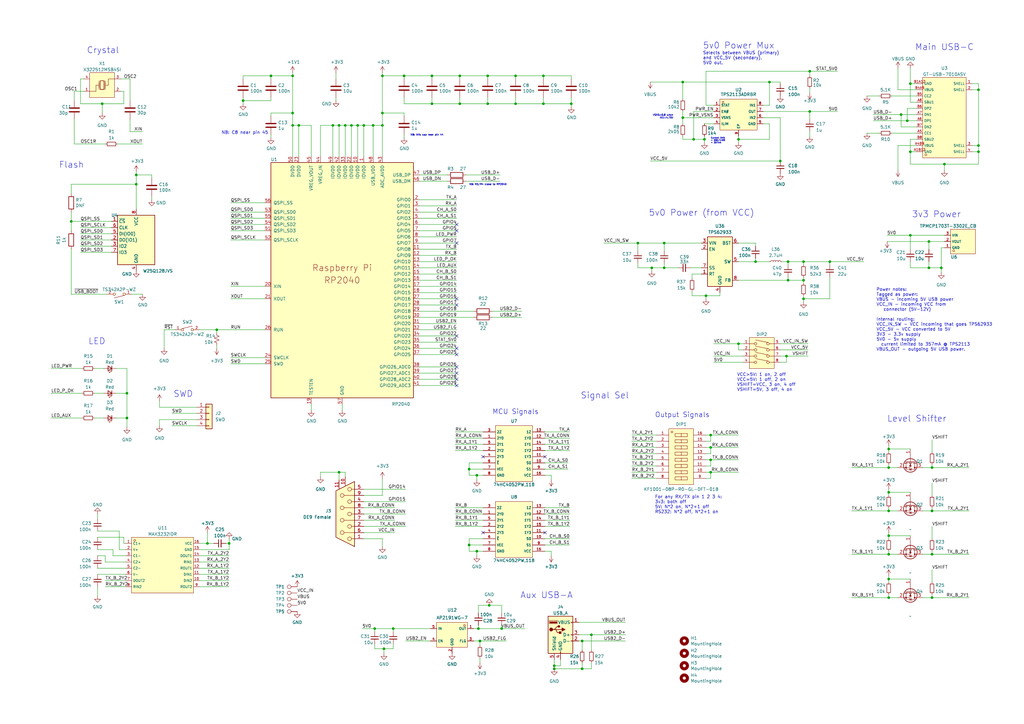
<source format=kicad_sch>
(kicad_sch (version 20230121) (generator eeschema)
  (paper "A3")
  (title_block (title "Babelfish") (date "2023-01-28") (rev "REV1") (company "Bitops"))
  (junction (at 323.215 107.315))
  (junction (at 200.025 42.545))
  (junction (at 52.07 161.29))
  (junction (at 165.735 31.115))
  (junction (at 139.065 193.675))
  (junction (at 369.57 46.99))
  (junction (at 195.58 194.945))
  (junction (at 120.015 46.355))
  (junction (at 161.29 257.81))
  (junction (at 302.895 140.97))
  (junction (at 177.165 42.545))
  (junction (at 85.09 222.885))
  (junction (at 340.36 107.315))
  (junction (at 200.66 248.285))
  (junction (at 141.605 51.435))
  (junction (at 272.415 109.855))
  (junction (at 238.76 274.32))
  (junction (at 364.49 219.71))
  (junction (at 52.07 171.45))
  (junction (at 372.11 49.53))
  (junction (at 364.49 201.93))
  (junction (at 192.405 223.52))
  (junction (at 111.125 31.115))
  (junction (at 149.225 51.435))
  (junction (at 291.465 183.515))
  (junction (at 195.58 226.06))
  (junction (at 156.845 46.355))
  (junction (at 401.32 59.69))
  (junction (at 234.315 42.545))
  (junction (at 401.32 62.23))
  (junction (at 227.33 273.05))
  (junction (at 211.455 31.115))
  (junction (at 188.595 31.115))
  (junction (at 382.27 245.11))
  (junction (at 364.49 191.77))
  (junction (at 373.38 96.52))
  (junction (at 120.015 31.115))
  (junction (at 156.845 51.435))
  (junction (at 382.27 191.77))
  (junction (at 381 99.06))
  (junction (at 401.32 36.83))
  (junction (at 329.565 107.315))
  (junction (at 222.885 42.545))
  (junction (at 196.215 257.81))
  (junction (at 373.38 62.23))
  (junction (at 211.455 42.545))
  (junction (at 322.58 146.05))
  (junction (at 291.465 178.435))
  (junction (at 88.9 135.255))
  (junction (at 261.62 99.695))
  (junction (at 364.49 184.15))
  (junction (at 364.49 227.33))
  (junction (at 323.215 114.935))
  (junction (at 280.035 48.26))
  (junction (at 284.48 57.15))
  (junction (at 205.74 257.81))
  (junction (at 364.49 237.49))
  (junction (at 99.695 41.275))
  (junction (at 55.88 71.755))
  (junction (at 41.91 42.545))
  (junction (at 177.165 31.115))
  (junction (at 280.035 33.655))
  (junction (at 188.595 42.545))
  (junction (at 55.88 75.565))
  (junction (at 136.525 51.435))
  (junction (at 289.56 121.285))
  (junction (at 238.76 262.89))
  (junction (at 120.015 51.435))
  (junction (at 93.98 222.885))
  (junction (at 382.27 209.55))
  (junction (at 157.48 266.065))
  (junction (at 332.105 45.72))
  (junction (at 382.27 227.33))
  (junction (at 192.405 192.405))
  (junction (at 267.335 109.855))
  (junction (at 329.565 122.555))
  (junction (at 222.885 31.115))
  (junction (at 302.895 57.15))
  (junction (at 386.08 109.855))
  (junction (at 288.925 57.15))
  (junction (at 332.105 29.21))
  (junction (at 242.57 260.35))
  (junction (at 227.33 274.32))
  (junction (at 364.49 209.55))
  (junction (at 29.21 90.805))
  (junction (at 373.38 34.29))
  (junction (at 291.465 193.675))
  (junction (at 309.88 107.315))
  (junction (at 153.035 51.435))
  (junction (at 272.415 99.695))
  (junction (at 139.065 51.435))
  (junction (at 291.465 188.595))
  (junction (at 122.555 51.435))
  (junction (at 144.145 51.435))
  (junction (at 156.845 31.115))
  (junction (at 315.595 33.655))
  (junction (at 329.565 114.935))
  (junction (at 200.025 31.115))
  (junction (at 153.67 257.81))
  (junction (at 146.685 51.435))
  (junction (at 387.35 67.31))
  (junction (at 320.04 66.04))
  (junction (at 196.85 262.89))
  (junction (at 381 109.855))
  (junction (at 364.49 245.11))
  (no_connect (at 187.325 125.095))
  (no_connect (at 187.325 99.695))
  (no_connect (at 223.52 218.44))
  (no_connect (at 187.325 92.075))
  (no_connect (at 187.325 94.615))
  (no_connect (at 187.325 142.875))
  (no_connect (at 187.325 145.415))
  (no_connect (at 187.325 155.575))
  (no_connect (at 187.325 122.555))
  (no_connect (at 223.52 187.325))
  (no_connect (at 187.325 153.035))
  (no_connect (at 198.12 187.325))
  (no_connect (at 187.325 150.495))
  (no_connect (at 198.12 218.44))
  (no_connect (at 187.325 158.115))
  (no_connect (at 187.325 137.795))
  (wire (pts (xy 172.085 132.715) (xy 187.325 132.715)))
  (wire (pts (xy 238.76 262.89) (xy 256.54 262.89)))
  (wire (pts (xy 295.275 120.015) (xy 295.275 121.285)))
  (wire (pts (xy 223.52 192.405) (xy 233.045 192.405)))
  (wire (pts (xy 375.92 62.23) (xy 373.38 62.23)))
  (wire (pts (xy 108.585 83.185) (xy 94.615 83.185)))
  (wire (pts (xy 259.08 191.135) (xy 269.24 191.135)))
  (wire (pts (xy 364.49 237.49) (xy 364.49 238.76)))
  (wire (pts (xy 156.845 46.355) (xy 156.845 51.435)))
  (wire (pts (xy 81.915 230.505) (xy 93.98 230.505)))
  (wire (pts (xy 55.88 71.755) (xy 55.88 75.565)))
  (wire (pts (xy 363.855 99.06) (xy 381 99.06)))
  (wire (pts (xy 289.56 196.215) (xy 291.465 196.215)))
  (wire (pts (xy 323.215 114.935) (xy 329.565 114.935)))
  (wire (pts (xy 200.025 42.545) (xy 188.595 42.545)))
  (wire (pts (xy 272.415 99.695) (xy 287.655 99.695)))
  (wire (pts (xy 373.38 67.31) (xy 387.35 67.31)))
  (wire (pts (xy 188.595 40.005) (xy 188.595 42.545)))
  (wire (pts (xy 40.005 220.345) (xy 50.8 220.345)))
  (wire (pts (xy 291.465 193.675) (xy 302.895 193.675)))
  (wire (pts (xy 20.955 161.29) (xy 33.655 161.29)))
  (wire (pts (xy 302.895 57.15) (xy 315.595 57.15)))
  (wire (pts (xy 401.32 59.69) (xy 401.32 62.23)))
  (wire (pts (xy 365.76 39.37) (xy 375.92 39.37)))
  (wire (pts (xy 20.955 171.45) (xy 33.655 171.45)))
  (wire (pts (xy 120.015 31.115) (xy 120.015 46.355)))
  (wire (pts (xy 332.105 36.195) (xy 332.105 38.1)))
  (wire (pts (xy 137.795 29.845) (xy 137.795 32.385)))
  (wire (pts (xy 322.58 146.05) (xy 331.47 146.05)))
  (wire (pts (xy 127.635 64.135) (xy 127.635 51.435)))
  (wire (pts (xy 131.445 193.675) (xy 131.445 195.58)))
  (wire (pts (xy 153.67 266.065) (xy 157.48 266.065)))
  (wire (pts (xy 194.31 262.89) (xy 196.85 262.89)))
  (wire (pts (xy 329.565 121.285) (xy 329.565 122.555)))
  (wire (pts (xy 81.915 235.585) (xy 93.98 235.585)))
  (wire (pts (xy 302.895 140.97) (xy 302.895 143.51)))
  (wire (pts (xy 289.56 188.595) (xy 291.465 188.595)))
  (wire (pts (xy 40.005 225.425) (xy 46.355 225.425)))
  (wire (pts (xy 309.88 99.695) (xy 309.88 100.965)))
  (wire (pts (xy 186.69 208.28) (xy 198.12 208.28)))
  (wire (pts (xy 40.005 240.665) (xy 40.005 244.475)))
  (wire (pts (xy 387.35 67.31) (xy 387.35 69.85)))
  (wire (pts (xy 186.69 213.36) (xy 198.12 213.36)))
  (wire (pts (xy 259.08 183.515) (xy 269.24 183.515)))
  (wire (pts (xy 172.085 71.755) (xy 183.515 71.755)))
  (wire (pts (xy 141.605 195.58) (xy 141.605 193.675)))
  (wire (pts (xy 172.085 74.295) (xy 183.515 74.295)))
  (wire (pts (xy 65.405 172.085) (xy 65.405 174.625)))
  (wire (pts (xy 229.87 273.05) (xy 227.33 273.05)))
  (wire (pts (xy 186.69 215.9) (xy 198.12 215.9)))
  (wire (pts (xy 94.615 94.615) (xy 108.585 94.615)))
  (wire (pts (xy 51.435 225.425) (xy 48.895 225.425)))
  (wire (pts (xy 283.21 109.855) (xy 287.655 109.855)))
  (wire (pts (xy 38.735 151.13) (xy 42.545 151.13)))
  (wire (pts (xy 205.74 248.285) (xy 205.74 251.46)))
  (wire (pts (xy 49.53 32.385) (xy 53.34 32.385)))
  (wire (pts (xy 88.9 135.255) (xy 108.585 135.255)))
  (wire (pts (xy 242.57 260.35) (xy 256.54 260.35)))
  (wire (pts (xy 188.595 42.545) (xy 177.165 42.545)))
  (wire (pts (xy 50.8 222.885) (xy 51.435 222.885)))
  (wire (pts (xy 200.025 40.005) (xy 200.025 42.545)))
  (wire (pts (xy 302.895 107.315) (xy 309.88 107.315)))
  (wire (pts (xy 47.625 151.13) (xy 52.07 151.13)))
  (wire (pts (xy 149.225 205.74) (xy 166.37 205.74)))
  (wire (pts (xy 81.915 135.255) (xy 88.9 135.255)))
  (wire (pts (xy 136.525 64.135) (xy 136.525 51.435)))
  (wire (pts (xy 381 109.855) (xy 373.38 109.855)))
  (wire (pts (xy 375.92 41.91) (xy 373.38 41.91)))
  (wire (pts (xy 288.925 55.88) (xy 288.925 57.15)))
  (wire (pts (xy 364.49 200.66) (xy 364.49 201.93)))
  (wire (pts (xy 43.18 238.125) (xy 51.435 238.125)))
  (wire (pts (xy 192.405 189.865) (xy 192.405 192.405)))
  (wire (pts (xy 140.335 165.735) (xy 140.335 168.275)))
  (wire (pts (xy 156.845 46.355) (xy 165.735 46.355)))
  (wire (pts (xy 195.58 194.945) (xy 192.405 194.945)))
  (wire (pts (xy 320.04 143.51) (xy 331.47 143.51)))
  (wire (pts (xy 289.56 183.515) (xy 291.465 183.515)))
  (wire (pts (xy 205.74 257.81) (xy 215.265 257.81)))
  (wire (pts (xy 92.71 222.885) (xy 93.98 222.885)))
  (wire (pts (xy 192.405 220.98) (xy 192.405 223.52)))
  (wire (pts (xy 373.38 184.15) (xy 364.49 184.15)))
  (wire (pts (xy 223.52 189.865) (xy 233.045 189.865)))
  (wire (pts (xy 166.37 262.89) (xy 176.53 262.89)))
  (wire (pts (xy 94.615 86.995) (xy 108.585 86.995)))
  (wire (pts (xy 200.66 248.285) (xy 205.74 248.285)))
  (wire (pts (xy 172.085 104.775) (xy 187.325 104.775)))
  (wire (pts (xy 291.465 188.595) (xy 302.895 188.595)))
  (wire (pts (xy 99.695 40.005) (xy 99.695 41.275)))
  (wire (pts (xy 30.48 37.465) (xy 30.48 41.275)))
  (wire (pts (xy 172.085 150.495) (xy 187.325 150.495)))
  (wire (pts (xy 51.435 230.505) (xy 43.18 230.505)))
  (wire (pts (xy 364.49 182.88) (xy 364.49 184.15)))
  (wire (pts (xy 153.035 51.435) (xy 156.845 51.435)))
  (wire (pts (xy 156.845 51.435) (xy 156.845 64.135)))
  (wire (pts (xy 137.795 40.005) (xy 137.795 41.275)))
  (wire (pts (xy 81.915 222.885) (xy 85.09 222.885)))
  (wire (pts (xy 172.085 130.175) (xy 194.31 130.175)))
  (wire (pts (xy 355.6 39.37) (xy 360.68 39.37)))
  (wire (pts (xy 49.53 37.465) (xy 50.8 37.465)))
  (wire (pts (xy 43.18 230.505) (xy 43.18 227.965)))
  (wire (pts (xy 375.92 59.69) (xy 368.3 59.69)))
  (wire (pts (xy 172.085 120.015) (xy 187.325 120.015)))
  (wire (pts (xy 259.08 193.675) (xy 269.24 193.675)))
  (wire (pts (xy 349.25 245.11) (xy 364.49 245.11)))
  (wire (pts (xy 172.085 142.875) (xy 187.325 142.875)))
  (wire (pts (xy 156.845 220.98) (xy 156.845 224.155)))
  (wire (pts (xy 111.125 47.625) (xy 111.125 46.355)))
  (wire (pts (xy 247.65 99.695) (xy 261.62 99.695)))
  (wire (pts (xy 223.52 179.705) (xy 233.68 179.705)))
  (wire (pts (xy 283.845 119.38) (xy 283.845 121.285)))
  (wire (pts (xy 386.08 109.855) (xy 386.08 111.76)))
  (wire (pts (xy 329.565 122.555) (xy 329.565 123.825)))
  (wire (pts (xy 48.895 217.805) (xy 40.005 217.805)))
  (wire (pts (xy 302.895 55.88) (xy 302.895 57.15)))
  (wire (pts (xy 99.695 31.115) (xy 111.125 31.115)))
  (wire (pts (xy 398.78 34.29) (xy 401.32 34.29)))
  (wire (pts (xy 156.845 203.2) (xy 149.225 203.2)))
  (wire (pts (xy 364.49 201.93) (xy 364.49 203.2)))
  (wire (pts (xy 141.605 64.135) (xy 141.605 51.435)))
  (wire (pts (xy 289.56 191.135) (xy 291.465 191.135)))
  (wire (pts (xy 188.595 32.385) (xy 188.595 31.115)))
  (wire (pts (xy 172.085 122.555) (xy 187.325 122.555)))
  (wire (pts (xy 153.67 264.16) (xy 153.67 266.065)))
  (wire (pts (xy 401.32 62.23) (xy 398.78 62.23)))
  (wire (pts (xy 375.92 49.53) (xy 372.11 49.53)))
  (wire (pts (xy 292.735 148.59) (xy 304.8 148.59)))
  (wire (pts (xy 332.105 29.21) (xy 343.535 29.21)))
  (wire (pts (xy 149.225 213.36) (xy 161.925 213.36)))
  (wire (pts (xy 53.34 32.385) (xy 53.34 41.275)))
  (wire (pts (xy 165.735 40.005) (xy 165.735 42.545)))
  (wire (pts (xy 186.69 177.165) (xy 198.12 177.165)))
  (wire (pts (xy 153.67 257.81) (xy 161.29 257.81)))
  (wire (pts (xy 139.065 51.435) (xy 141.605 51.435)))
  (wire (pts (xy 81.915 225.425) (xy 93.98 225.425)))
  (wire (pts (xy 29.21 102.235) (xy 29.21 120.65)))
  (wire (pts (xy 223.52 210.82) (xy 233.68 210.82)))
  (wire (pts (xy 196.215 257.81) (xy 205.74 257.81)))
  (wire (pts (xy 292.735 146.05) (xy 304.8 146.05)))
  (wire (pts (xy 120.015 51.435) (xy 120.015 64.135)))
  (wire (pts (xy 111.125 32.385) (xy 111.125 31.115)))
  (wire (pts (xy 156.845 196.215) (xy 156.845 203.2)))
  (wire (pts (xy 40.005 227.965) (xy 43.18 227.965)))
  (wire (pts (xy 223.52 215.9) (xy 233.68 215.9)))
  (wire (pts (xy 382.27 191.77) (xy 397.51 191.77)))
  (wire (pts (xy 382.27 215.9) (xy 382.27 220.98)))
  (wire (pts (xy 139.065 193.675) (xy 139.065 196.85)))
  (wire (pts (xy 229.87 270.51) (xy 229.87 273.05)))
  (wire (pts (xy 372.11 44.45) (xy 372.11 49.53)))
  (wire (pts (xy 200.025 32.385) (xy 200.025 31.115)))
  (wire (pts (xy 332.105 29.21) (xy 332.105 31.115)))
  (wire (pts (xy 364.49 190.5) (xy 364.49 191.77)))
  (wire (pts (xy 401.32 67.31) (xy 387.35 67.31)))
  (wire (pts (xy 289.56 29.21) (xy 332.105 29.21)))
  (wire (pts (xy 382.27 227.33) (xy 397.51 227.33)))
  (wire (pts (xy 194.31 257.81) (xy 196.215 257.81)))
  (wire (pts (xy 33.02 42.545) (xy 41.91 42.545)))
  (wire (pts (xy 120.015 29.845) (xy 120.015 31.115)))
  (wire (pts (xy 172.085 114.935) (xy 187.325 114.935)))
  (wire (pts (xy 177.165 31.115) (xy 188.595 31.115)))
  (wire (pts (xy 284.48 57.15) (xy 288.925 57.15)))
  (wire (pts (xy 94.615 92.075) (xy 108.585 92.075)))
  (wire (pts (xy 291.465 186.055) (xy 291.465 183.515)))
  (wire (pts (xy 284.48 45.72) (xy 284.48 57.15)))
  (wire (pts (xy 291.465 196.215) (xy 291.465 193.675)))
  (wire (pts (xy 186.69 179.705) (xy 198.12 179.705)))
  (wire (pts (xy 363.855 96.52) (xy 373.38 96.52)))
  (wire (pts (xy 192.405 192.405) (xy 198.12 192.405)))
  (wire (pts (xy 71.755 135.255) (xy 67.31 135.255)))
  (wire (pts (xy 195.58 226.06) (xy 192.405 226.06)))
  (wire (pts (xy 223.52 223.52) (xy 233.68 223.52)))
  (wire (pts (xy 382.27 233.68) (xy 382.27 238.76)))
  (wire (pts (xy 29.21 75.565) (xy 55.88 75.565)))
  (wire (pts (xy 45.72 95.885) (xy 33.02 95.885)))
  (wire (pts (xy 280.035 57.15) (xy 284.48 57.15)))
  (wire (pts (xy 373.38 96.52) (xy 387.35 96.52)))
  (wire (pts (xy 382.27 198.12) (xy 382.27 203.2)))
  (wire (pts (xy 136.525 51.435) (xy 139.065 51.435)))
  (wire (pts (xy 146.685 51.435) (xy 149.225 51.435)))
  (wire (pts (xy 364.49 236.22) (xy 364.49 237.49)))
  (wire (pts (xy 349.25 209.55) (xy 364.49 209.55)))
  (wire (pts (xy 237.49 255.27) (xy 256.54 255.27)))
  (wire (pts (xy 340.36 107.315) (xy 354.33 107.315)))
  (wire (pts (xy 172.085 89.535) (xy 187.325 89.535)))
  (wire (pts (xy 242.57 260.35) (xy 242.57 266.7)))
  (wire (pts (xy 192.405 226.06) (xy 192.405 223.52)))
  (wire (pts (xy 323.215 107.315) (xy 329.565 107.315)))
  (wire (pts (xy 122.555 64.135) (xy 122.555 51.435)))
  (wire (pts (xy 201.93 127.635) (xy 213.995 127.635)))
  (wire (pts (xy 369.57 46.99) (xy 358.14 46.99)))
  (wire (pts (xy 177.165 32.385) (xy 177.165 31.115)))
  (wire (pts (xy 144.145 64.135) (xy 144.145 51.435)))
  (wire (pts (xy 349.25 227.33) (xy 364.49 227.33)))
  (wire (pts (xy 223.52 220.98) (xy 233.68 220.98)))
  (wire (pts (xy 320.04 33.655) (xy 320.04 34.29)))
  (wire (pts (xy 320.04 140.97) (xy 331.47 140.97)))
  (wire (pts (xy 139.065 193.675) (xy 131.445 193.675)))
  (wire (pts (xy 186.69 210.82) (xy 198.12 210.82)))
  (wire (pts (xy 323.215 113.665) (xy 323.215 114.935)))
  (wire (pts (xy 165.735 55.245) (xy 165.735 56.515)))
  (wire (pts (xy 227.33 270.51) (xy 227.33 273.05)))
  (wire (pts (xy 127.635 165.735) (xy 127.635 168.275)))
  (wire (pts (xy 50.8 37.465) (xy 50.8 42.545)))
  (wire (pts (xy 53.34 53.975) (xy 58.42 53.975)))
  (wire (pts (xy 280.035 48.26) (xy 280.035 50.8)))
  (wire (pts (xy 222.885 42.545) (xy 211.455 42.545)))
  (wire (pts (xy 309.88 107.315) (xy 315.595 107.315)))
  (wire (pts (xy 93.98 220.98) (xy 93.98 222.885)))
  (wire (pts (xy 272.415 107.95) (xy 272.415 109.855)))
  (wire (pts (xy 127.635 51.435) (xy 122.555 51.435)))
  (wire (pts (xy 292.735 43.18) (xy 289.56 43.18)))
  (wire (pts (xy 259.08 196.215) (xy 269.24 196.215)))
  (wire (pts (xy 198.12 194.945) (xy 195.58 194.945)))
  (wire (pts (xy 70.485 169.545) (xy 80.645 169.545)))
  (wire (pts (xy 382.27 209.55) (xy 397.51 209.55)))
  (wire (pts (xy 141.605 51.435) (xy 144.145 51.435)))
  (wire (pts (xy 291.465 178.435) (xy 302.895 178.435)))
  (wire (pts (xy 381 99.06) (xy 381 102.235)))
  (wire (pts (xy 332.105 45.72) (xy 332.105 48.895)))
  (wire (pts (xy 177.165 40.005) (xy 177.165 42.545)))
  (wire (pts (xy 196.215 251.46) (xy 196.215 248.285)))
  (wire (pts (xy 120.015 46.355) (xy 120.015 51.435)))
  (wire (pts (xy 373.38 57.15) (xy 373.38 62.23)))
  (wire (pts (xy 382.27 245.11) (xy 397.51 245.11)))
  (wire (pts (xy 283.845 112.395) (xy 283.845 114.3)))
  (wire (pts (xy 188.595 31.115) (xy 200.025 31.115)))
  (wire (pts (xy 309.88 106.045) (xy 309.88 107.315)))
  (wire (pts (xy 29.21 79.375) (xy 29.21 75.565)))
  (wire (pts (xy 131.445 64.135) (xy 131.445 51.435)))
  (wire (pts (xy 375.92 57.15) (xy 373.38 57.15)))
  (wire (pts (xy 29.21 120.65) (xy 43.815 120.65)))
  (wire (pts (xy 322.58 148.59) (xy 320.04 148.59)))
  (wire (pts (xy 195.58 194.945) (xy 195.58 196.85)))
  (wire (pts (xy 196.85 262.89) (xy 207.645 262.89)))
  (wire (pts (xy 46.355 225.425) (xy 46.355 227.965)))
  (wire (pts (xy 259.08 186.055) (xy 269.24 186.055)))
  (wire (pts (xy 149.225 220.98) (xy 156.845 220.98)))
  (wire (pts (xy 65.405 167.005) (xy 80.645 167.005)))
  (wire (pts (xy 382.27 208.28) (xy 382.27 209.55)))
  (wire (pts (xy 165.735 31.115) (xy 177.165 31.115)))
  (wire (pts (xy 161.29 257.81) (xy 176.53 257.81)))
  (wire (pts (xy 111.125 55.245) (xy 111.125 56.515)))
  (wire (pts (xy 373.38 219.71) (xy 364.49 219.71)))
  (wire (pts (xy 153.67 257.81) (xy 153.67 259.08)))
  (wire (pts (xy 261.62 99.695) (xy 261.62 102.87)))
  (wire (pts (xy 211.455 40.005) (xy 211.455 42.545)))
  (wire (pts (xy 259.08 178.435) (xy 269.24 178.435)))
  (wire (pts (xy 161.925 218.44) (xy 149.225 218.44)))
  (wire (pts (xy 196.85 262.89) (xy 196.85 264.795)))
  (wire (pts (xy 70.485 174.625) (xy 80.645 174.625)))
  (wire (pts (xy 302.895 57.15) (xy 302.895 58.42)))
  (wire (pts (xy 65.405 167.005) (xy 65.405 164.465)))
  (wire (pts (xy 289.56 186.055) (xy 291.465 186.055)))
  (wire (pts (xy 315.595 50.8) (xy 315.595 57.15)))
  (wire (pts (xy 186.69 182.245) (xy 198.12 182.245)))
  (wire (pts (xy 46.355 227.965) (xy 51.435 227.965)))
  (wire (pts (xy 156.845 31.115) (xy 156.845 46.355)))
  (wire (pts (xy 364.49 227.33) (xy 368.3 227.33)))
  (wire (pts (xy 289.56 193.675) (xy 291.465 193.675)))
  (wire (pts (xy 375.92 34.29) (xy 373.38 34.29)))
  (wire (pts (xy 172.085 153.035) (xy 187.325 153.035)))
  (wire (pts (xy 382.27 180.34) (xy 382.27 185.42)))
  (wire (pts (xy 81.915 238.125) (xy 93.98 238.125)))
  (wire (pts (xy 291.465 191.135) (xy 291.465 188.595)))
  (wire (pts (xy 40.005 233.045) (xy 51.435 233.045)))
  (wire (pts (xy 320.675 107.315) (xy 323.215 107.315)))
  (wire (pts (xy 223.52 213.36) (xy 233.68 213.36)))
  (wire (pts (xy 191.135 74.295) (xy 205.105 74.295)))
  (wire (pts (xy 144.145 51.435) (xy 146.685 51.435)))
  (wire (pts (xy 238.76 274.32) (xy 227.33 274.32)))
  (wire (pts (xy 373.38 237.49) (xy 364.49 237.49)))
  (wire (pts (xy 401.32 59.69) (xy 398.78 59.69)))
  (wire (pts (xy 237.49 262.89) (xy 238.76 262.89)))
  (wire (pts (xy 172.085 112.395) (xy 187.325 112.395)))
  (wire (pts (xy 139.065 64.135) (xy 139.065 51.435)))
  (wire (pts (xy 364.49 209.55) (xy 368.3 209.55)))
  (wire (pts (xy 94.615 117.475) (xy 108.585 117.475)))
  (wire (pts (xy 222.885 40.005) (xy 222.885 42.545)))
  (wire (pts (xy 238.76 271.78) (xy 238.76 274.32)))
  (wire (pts (xy 222.885 31.115) (xy 234.315 31.115)))
  (wire (pts (xy 195.58 226.06) (xy 195.58 227.965)))
  (wire (pts (xy 280.035 33.655) (xy 315.595 33.655)))
  (wire (pts (xy 267.335 109.855) (xy 261.62 109.855)))
  (wire (pts (xy 108.585 149.225) (xy 94.615 149.225)))
  (wire (pts (xy 378.46 209.55) (xy 382.27 209.55)))
  (wire (pts (xy 172.085 137.795) (xy 187.325 137.795)))
  (wire (pts (xy 234.315 42.545) (xy 234.315 43.815)))
  (wire (pts (xy 41.91 42.545) (xy 50.8 42.545)))
  (wire (pts (xy 157.48 266.065) (xy 161.29 266.065)))
  (wire (pts (xy 329.565 113.665) (xy 329.565 114.935)))
  (wire (pts (xy 65.405 172.085) (xy 80.645 172.085)))
  (wire (pts (xy 85.09 218.44) (xy 85.09 222.885)))
  (wire (pts (xy 172.085 145.415) (xy 187.325 145.415)))
  (wire (pts (xy 332.105 45.72) (xy 343.535 45.72)))
  (wire (pts (xy 313.055 48.26) (xy 320.04 48.26)))
  (wire (pts (xy 222.885 42.545) (xy 234.315 42.545)))
  (wire (pts (xy 198.12 220.98) (xy 192.405 220.98)))
  (wire (pts (xy 364.49 219.71) (xy 364.49 220.98)))
  (wire (pts (xy 375.92 36.83) (xy 368.3 36.83)))
  (wire (pts (xy 261.62 109.855) (xy 261.62 107.95)))
  (wire (pts (xy 81.915 240.665) (xy 93.98 240.665)))
  (wire (pts (xy 20.955 151.13) (xy 33.655 151.13)))
  (wire (pts (xy 291.465 183.515) (xy 302.895 183.515)))
  (wire (pts (xy 29.21 90.805) (xy 29.21 94.615)))
  (wire (pts (xy 401.32 62.23) (xy 401.32 67.31)))
  (wire (pts (xy 289.56 180.975) (xy 291.465 180.975)))
  (wire (pts (xy 223.52 177.165) (xy 233.68 177.165)))
  (wire (pts (xy 47.625 171.45) (xy 52.07 171.45)))
  (wire (pts (xy 62.23 71.755) (xy 55.88 71.755)))
  (wire (pts (xy 177.165 42.545) (xy 165.735 42.545)))
  (wire (pts (xy 223.52 226.06) (xy 226.06 226.06)))
  (wire (pts (xy 364.49 243.84) (xy 364.49 245.11)))
  (wire (pts (xy 52.07 161.29) (xy 52.07 171.45)))
  (wire (pts (xy 280.035 45.72) (xy 280.035 48.26)))
  (wire (pts (xy 108.585 98.425) (xy 94.615 98.425)))
  (wire (pts (xy 149.225 210.82) (xy 166.37 210.82)))
  (wire (pts (xy 111.125 31.115) (xy 120.015 31.115)))
  (wire (pts (xy 67.31 135.255) (xy 67.31 142.875)))
  (wire (pts (xy 364.49 226.06) (xy 364.49 227.33)))
  (wire (pts (xy 227.33 273.05) (xy 227.33 274.32)))
  (wire (pts (xy 30.48 59.055) (xy 43.18 59.055)))
  (wire (pts (xy 272.415 109.855) (xy 267.335 109.855)))
  (wire (pts (xy 38.735 171.45) (xy 42.545 171.45)))
  (wire (pts (xy 200.025 31.115) (xy 211.455 31.115)))
  (wire (pts (xy 372.11 49.53) (xy 358.14 49.53)))
  (wire (pts (xy 53.34 48.895) (xy 53.34 53.975)))
  (wire (pts (xy 45.72 103.505) (xy 33.02 103.505)))
  (wire (pts (xy 62.23 80.645) (xy 62.23 81.915)))
  (wire (pts (xy 364.49 191.77) (xy 368.3 191.77)))
  (wire (pts (xy 226.06 194.945) (xy 226.06 196.85)))
  (wire (pts (xy 289.56 121.285) (xy 289.56 122.555)))
  (wire (pts (xy 45.72 100.965) (xy 33.02 100.965)))
  (wire (pts (xy 161.29 257.81) (xy 161.29 259.08)))
  (wire (pts (xy 223.52 182.245) (xy 233.68 182.245)))
  (wire (pts (xy 55.88 70.485) (xy 55.88 71.755)))
  (wire (pts (xy 172.085 135.255) (xy 187.325 135.255)))
  (wire (pts (xy 172.085 125.095) (xy 187.325 125.095)))
  (wire (pts (xy 266.7 66.04) (xy 320.04 66.04)))
  (wire (pts (xy 201.93 130.175) (xy 213.995 130.175)))
  (wire (pts (xy 198.12 189.865) (xy 192.405 189.865)))
  (wire (pts (xy 291.465 180.975) (xy 291.465 178.435)))
  (wire (pts (xy 373.38 109.855) (xy 373.38 107.315)))
  (wire (pts (xy 369.57 52.07) (xy 369.57 46.99)))
  (wire (pts (xy 52.07 171.45) (xy 52.07 175.26)))
  (wire (pts (xy 302.895 99.695) (xy 309.88 99.695)))
  (wire (pts (xy 266.7 33.655) (xy 280.035 33.655)))
  (wire (pts (xy 81.915 233.045) (xy 93.98 233.045)))
  (wire (pts (xy 196.215 257.81) (xy 196.215 256.54)))
  (wire (pts (xy 387.35 101.6) (xy 386.08 101.6)))
  (wire (pts (xy 192.405 194.945) (xy 192.405 192.405)))
  (wire (pts (xy 292.735 140.97) (xy 302.895 140.97)))
  (wire (pts (xy 340.36 113.665) (xy 340.36 122.555)))
  (wire (pts (xy 196.215 248.285) (xy 200.66 248.285)))
  (wire (pts (xy 329.565 107.315) (xy 340.36 107.315)))
  (wire (pts (xy 30.48 48.895) (xy 30.48 59.055)))
  (wire (pts (xy 50.8 220.345) (xy 50.8 222.885)))
  (wire (pts (xy 401.32 34.29) (xy 401.32 36.83)))
  (wire (pts (xy 131.445 51.435) (xy 136.525 51.435)))
  (wire (pts (xy 141.605 193.675) (xy 139.065 193.675)))
  (wire (pts (xy 172.085 127.635) (xy 194.31 127.635)))
  (wire (pts (xy 261.62 99.695) (xy 272.415 99.695)))
  (wire (pts (xy 267.335 109.855) (xy 267.335 111.125)))
  (wire (pts (xy 313.055 43.18) (xy 315.595 43.18)))
  (wire (pts (xy 313.055 50.8) (xy 315.595 50.8)))
  (wire (pts (xy 149.225 51.435) (xy 153.035 51.435)))
  (wire (pts (xy 375.92 44.45) (xy 372.11 44.45)))
  (wire (pts (xy 349.25 191.77) (xy 364.49 191.77)))
  (wire (pts (xy 340.36 107.315) (xy 340.36 108.585)))
  (wire (pts (xy 295.275 121.285) (xy 289.56 121.285)))
  (wire (pts (xy 364.49 184.15) (xy 364.49 185.42)))
  (wire (pts (xy 364.49 208.28) (xy 364.49 209.55)))
  (wire (pts (xy 364.49 245.11) (xy 368.3 245.11)))
  (wire (pts (xy 259.08 188.595) (xy 269.24 188.595)))
  (wire (pts (xy 172.085 158.115) (xy 187.325 158.115)))
  (wire (pts (xy 149.225 215.9) (xy 166.37 215.9)))
  (wire (pts (xy 289.56 43.18) (xy 289.56 29.21)))
  (wire (pts (xy 292.735 48.26) (xy 280.035 48.26)))
  (wire (pts (xy 302.895 114.935) (xy 323.215 114.935)))
  (wire (pts (xy 94.615 89.535) (xy 108.585 89.535)))
  (wire (pts (xy 401.32 36.83) (xy 398.78 36.83)))
  (wire (pts (xy 222.885 32.385) (xy 222.885 31.115)))
  (wire (pts (xy 272.415 99.695) (xy 272.415 102.87)))
  (wire (pts (xy 48.26 59.055) (xy 58.42 59.055)))
  (wire (pts (xy 242.57 274.32) (xy 238.76 274.32)))
  (wire (pts (xy 329.565 114.935) (xy 329.565 116.205)))
  (wire (pts (xy 192.405 223.52) (xy 198.12 223.52)))
  (wire (pts (xy 302.895 143.51) (xy 304.8 143.51)))
  (wire (pts (xy 382.27 190.5) (xy 382.27 191.77)))
  (wire (pts (xy 41.91 42.545) (xy 41.91 46.355)))
  (wire (pts (xy 373.38 34.29) (xy 373.38 27.94)))
  (wire (pts (xy 156.845 31.115) (xy 165.735 31.115)))
  (wire (pts (xy 172.085 99.695) (xy 187.325 99.695)))
  (wire (pts (xy 368.3 59.69) (xy 368.3 69.85)))
  (wire (pts (xy 280.035 55.88) (xy 280.035 57.15)))
  (wire (pts (xy 149.225 208.28) (xy 161.925 208.28)))
  (wire (pts (xy 172.085 97.155) (xy 187.325 97.155)))
  (wire (pts (xy 85.09 222.885) (xy 87.63 222.885)))
  (wire (pts (xy 287.655 112.395) (xy 283.845 112.395)))
  (wire (pts (xy 288.925 50.8) (xy 292.735 50.8)))
  (wire (pts (xy 172.085 81.915) (xy 187.325 81.915)))
  (wire (pts (xy 323.215 107.315) (xy 323.215 108.585)))
  (wire (pts (xy 47.625 161.29) (xy 52.07 161.29)))
  (wire (pts (xy 172.085 84.455) (xy 187.325 84.455)))
  (wire (pts (xy 320.04 146.05) (xy 322.58 146.05)))
  (wire (pts (xy 238.76 262.89) (xy 238.76 266.7)))
  (wire (pts (xy 48.895 225.425) (xy 48.895 217.805)))
  (wire (pts (xy 40.005 235.585) (xy 51.435 235.585)))
  (wire (pts (xy 99.695 41.275) (xy 111.125 41.275)))
  (wire (pts (xy 373.38 201.93) (xy 364.49 201.93)))
  (wire (pts (xy 108.585 146.685) (xy 94.615 146.685)))
  (wire (pts (xy 29.21 86.995) (xy 29.21 90.805)))
  (wire (pts (xy 382.27 243.84) (xy 382.27 245.11)))
  (wire (pts (xy 172.085 155.575) (xy 187.325 155.575)))
  (wire (pts (xy 111.125 41.275) (xy 111.125 40.005)))
  (wire (pts (xy 88.9 135.255) (xy 88.9 136.525)))
  (wire (pts (xy 43.18 240.665) (xy 51.435 240.665)))
  (wire (pts (xy 211.455 42.545) (xy 200.025 42.545)))
  (wire (pts (xy 378.46 245.11) (xy 382.27 245.11)))
  (wire (pts (xy 373.38 62.23) (xy 373.38 67.31)))
  (wire (pts (xy 382.27 226.06) (xy 382.27 227.33)))
  (wire (pts (xy 289.56 178.435) (xy 291.465 178.435)))
  (wire (pts (xy 322.58 146.05) (xy 322.58 148.59)))
  (wire (pts (xy 288.925 57.15) (xy 288.925 58.42)))
  (wire (pts (xy 148.59 257.81) (xy 153.67 257.81)))
  (wire (pts (xy 211.455 31.115) (xy 222.885 31.115)))
  (wire (pts (xy 304.8 140.97) (xy 302.895 140.97)))
  (wire (pts (xy 272.415 109.855) (xy 278.13 109.855)))
  (wire (pts (xy 172.085 109.855) (xy 187.325 109.855)))
  (wire (pts (xy 211.455 32.385) (xy 211.455 31.115)))
  (wire (pts (xy 223.52 194.945) (xy 226.06 194.945)))
  (wire (pts (xy 29.21 90.805) (xy 45.72 90.805)))
  (wire (pts (xy 315.595 43.18) (xy 315.595 33.655)))
  (wire (pts (xy 52.07 151.13) (xy 52.07 161.29)))
  (wire (pts (xy 375.92 46.99) (xy 369.57 46.99)))
  (wire (pts (xy 364.49 218.44) (xy 364.49 219.71)))
  (wire (pts (xy 149.225 200.66) (xy 166.37 200.66)))
  (wire (pts (xy 146.685 64.135) (xy 146.685 51.435)))
  (wire (pts (xy 381 99.06) (xy 387.35 99.06)))
  (wire (pts (xy 234.315 40.005) (xy 234.315 42.545)))
  (wire (pts (xy 242.57 271.78) (xy 242.57 274.32)))
  (wire (pts (xy 292.735 45.72) (xy 284.48 45.72)))
  (wire (pts (xy 45.72 98.425) (xy 33.02 98.425)))
  (wire (pts (xy 313.055 45.72) (xy 332.105 45.72)))
  (wire (pts (xy 111.125 46.355) (xy 120.015 46.355)))
  (wire (pts (xy 33.02 93.345) (xy 45.72 93.345)))
  (wire (pts (xy 62.23 73.025) (xy 62.23 71.755)))
  (wire (pts (xy 53.975 120.65) (xy 58.42 120.65)))
  (wire (pts (xy 172.085 140.335) (xy 187.325 140.335)))
  (wire (pts (xy 157.48 266.065) (xy 157.48 267.97)))
  (wire (pts (xy 34.29 37.465) (xy 30.48 37.465)))
  (wire (pts (xy 93.98 225.425) (xy 93.98 222.885)))
  (wire (pts (xy 149.225 51.435) (xy 149.225 64.135)))
  (wire (pts (xy 34.29 32.385) (xy 33.02 32.385)))
  (wire (pts (xy 172.085 86.995) (xy 187.325 86.995)))
  (wire (pts (xy 368.3 36.83) (xy 368.3 27.94)))
  (wire (pts (xy 99.695 41.275) (xy 99.695 42.545)))
  (wire (pts (xy 378.46 227.33) (xy 382.27 227.33)))
  (wire (pts (xy 205.74 257.81) (xy 205.74 256.54)))
  (wire (pts (xy 332.105 53.975) (xy 332.105 55.88)))
  (wire (pts (xy 373.38 96.52) (xy 373.38 102.235)))
  (wire (pts (xy 315.595 33.655) (xy 320.04 33.655)))
  (wire (pts (xy 153.035 64.135) (xy 153.035 51.435)))
  (wire (pts (xy 99.695 32.385) (xy 99.695 31.115)))
  (wire (pts (xy 234.315 32.385) (xy 234.315 31.115)))
  (wire (pts (xy 289.56 121.285) (xy 283.845 121.285)))
  (wire (pts (xy 373.38 41.91) (xy 373.38 34.29)))
  (wire (pts (xy 223.52 184.785) (xy 233.68 184.785)))
  (wire (pts (xy 186.69 184.785) (xy 198.12 184.785)))
  (wire (pts (xy 198.12 226.06) (xy 195.58 226.06)))
  (wire (pts (xy 172.085 117.475) (xy 187.325 117.475)))
  (wire (pts (xy 386.08 109.855) (xy 381 109.855)))
  (wire (pts (xy 55.88 75.565) (xy 55.88 85.725)))
  (wire (pts (xy 161.29 266.065) (xy 161.29 264.16)))
  (wire (pts (xy 375.92 52.07) (xy 369.57 52.07)))
  (wire (pts (xy 360.68 54.61) (xy 355.6 54.61)))
  (wire (pts (xy 191.135 71.755) (xy 205.105 71.755)))
  (wire (pts (xy 165.735 47.625) (xy 165.735 46.355)))
  (wire (pts (xy 122.555 51.435) (xy 120.015 51.435)))
  (wire (pts (xy 156.845 29.845) (xy 156.845 31.115)))
  (wire (pts (xy 329.565 122.555) (xy 340.36 122.555)))
  (wire (pts (xy 88.9 141.605) (xy 88.9 142.875)))
  (wire (pts (xy 237.49 260.35) (xy 242.57 260.35)))
  (wire (pts (xy 378.46 191.77) (xy 382.27 191.77)))
  (wire (pts (xy 165.735 32.385) (xy 165.735 31.115)))
  (wire (pts (xy 81.915 227.965) (xy 93.98 227.965)))
  (wire (pts (xy 172.085 102.235) (xy 187.325 102.235)))
  (wire (pts (xy 33.02 32.385) (xy 33.02 42.545)))
  (wire (pts (xy 223.52 208.28) (xy 233.68 208.28)))
  (wire (pts (xy 40.005 210.82) (xy 40.005 212.725)))
  (wire (pts (xy 196.85 269.875) (xy 196.85 271.78)))
  (wire (pts (xy 280.035 33.655) (xy 280.035 40.64)))
  (wire (pts (xy 172.085 92.075) (xy 187.325 92.075)))
  (wire (pts (xy 38.735 161.29) (xy 42.545 161.29)))
  (wire (pts (xy 226.06 226.06) (xy 226.06 227.965)))
  (wire (pts (xy 381 107.315) (xy 381 109.855)))
  (wire (pts (xy 172.085 94.615) (xy 187.325 94.615)))
  (wire (pts (xy 401.32 36.83) (xy 401.32 59.69)))
  (wire (pts (xy 375.92 54.61) (xy 365.76 54.61)))
  (wire (pts (xy 386.08 101.6) (xy 386.08 109.855)))
  (wire (pts (xy 259.08 180.975) (xy 269.24 180.975)))
  (wire (pts (xy 320.04 48.26) (xy 320.04 66.04)))
  (wire (pts (xy 329.565 107.315) (xy 329.565 108.585)))
  (wire (pts (xy 172.085 107.315) (xy 187.325 107.315)))
  (wire (pts (xy 108.585 122.555) (xy 94.615 122.555)))
  (text "Output Signals" (at 268.605 171.45 0) (effects (font (size 2 2)) (justify left bottom)))
  (text "LED" (at 36.195 141.605 0) (effects (font (size 2.54 2.54)) (justify left bottom)))
  (text "Crystal" (at 35.56 22.225 0) (effects (font (size 2.54 2.54)) (justify left bottom)))
  (text "Current limit\n= 500/1400\n= 357mA" (at 291.465 59.055 0) (effects (font (size 0.6 0.6)) (justify left bottom)))
  (text "SWD" (at 71.12 163.195 0) (effects (font (size 2.54 2.54)) (justify left bottom)))
  (text "NB: R3/R4 close to RP2040" (at 192.405 76.2 0) (effects (font (size 0.7 0.7)) (justify left bottom)))
  (text "Signal Sel" (at 238.125 163.83 0) (effects (font (size 2.54 2.54)) (justify left bottom)))
  (text "NB: C8 near pin 45" (at 90.805 55.245 0) (effects (font (size 1.27 1.27)) (justify left bottom)))
  (text "5v0 Power (from VCC)" (at 266.065 88.9 0) (effects (font (size 2.54 2.54)) (justify left bottom)))
  (text "For any RX/TX pin 1 2 3 4:\n3v3: both off\n5V: N*2 on, N*2+1 off\nRS232: N*2 off, N*2+1 on" (at 268.605 210.82 0) (effects (font (size 1.27 1.27)) (justify left bottom)))
  (text "Flash" (at 24.13 69.215 0) (effects (font (size 2.54 2.54)) (justify left bottom)))
  (text "Power notes:\nTagged as power:\nVBUS - incoming 5V USB power\nVCC_IN - incoming VCC from\n   connector (5V-12V)\n\nInternal routing:\nVCC_IN_SW - VCC incoming that goes TPS62933\nVCC_5V - VCC converted to 5V\n3V3 - 3.3v supply\n5V0 - 5v supply\n  current limited to 357mA @ TPS2113\nVBUS_OUT - outgoing 5V USB power." (at 359.41 144.145 0) (effects (font (size 1.27 1.27)) (justify left bottom)))
  (text "5v0 Power Mux" (at 288.29 20.32 0) (effects (font (size 2.54 2.54)) (justify left bottom)))
  (text "Level Shifter" (at 363.855 173.355 0) (effects (font (size 2.54 2.54)) (justify left bottom)))
  (text "VSNS=0.8 when\nIN1=4.75V" (at 276.225 48.895 0) (effects (font (size 0.7 0.7)) (justify right bottom)))
  (text "MCU Signals" (at 201.93 170.18 0) (effects (font (size 2 2)) (justify left bottom)))
  (text "TODO:\n1. Test PIO-USB host\n2. Test level shifter with 3v3?\n" (at 254 -29.21 0) (effects (font (size 1.27 1.27)) (justify left bottom)))
  (text "Aux USB-A" (at 213.36 245.745 0) (effects (font (size 2.54 2.54)) (justify left bottom)))
  (text "Main USB-C" (at 375.285 20.955 0) (effects (font (size 2.54 2.54)) (justify left bottom)))
  (text "3v3 Power" (at 374.015 89.535 0) (effects (font (size 2.54 2.54)) (justify left bottom)))
  (text "NB: this cap near pin 44" (at 168.275 55.88 0) (effects (font (size 0.7 0.7)) (justify left bottom)))
  (text "Selects between VBUS (primary)\nand VCC_5V (secondary),\n5V0 out." (at 288.29 26.67 0) (effects (font (size 1.27 1.27)) (justify left bottom)))
  (text "VCC>5V: 1 on, 2 off\nVCC=5V: 1 off, 2 on\nVSHIFT=VCC, 3 on, 4 off\nVSHIFT=5V, 3 off, 4 on\n" (at 302.26 160.655 0) (effects (font (size 1.27 1.27)) (justify left bottom)))
  (label "CH_A_S1" (at 187.325 89.535 180))
  (label "CH_A_S0" (at 187.325 86.995 180))
  (label "VSHIFT" (at 331.47 146.05 180))
  (label "QSPI_SD3" (at 33.02 103.505 0))
  (label "VCC_IN_SW" (at 247.65 99.695 0))
  (label "TX_B" (at 233.68 208.28 180))
  (label "RX_B_2Y2" (at 43.18 240.665 0))
  (label "USB2_D+" (at 213.995 130.175 180))
  (label "SWCLK" (at 70.485 174.625 0))
  (label "GPIO14" (at 166.37 200.66 180))
  (label "5V0" (at 343.535 45.72 180))
  (label "RX_A_CONN" (at 161.925 213.36 180))
  (label "TX_A_CONN" (at 233.68 179.705 180))
  (label "RX_B_1Y1" (at 349.25 245.11 0))
  (label "USB2_D-" (at 247.65 262.89 0))
  (label "GPIO15" (at 166.37 205.74 180))
  (label "TX_A_1Y1" (at 349.25 209.55 0))
  (label "RX_A_2Y2" (at 259.08 186.055 0))
  (label "USB2_FLG" (at 207.645 262.89 180))
  (label "TX_B_CONN" (at 233.68 210.82 180))
  (label "TX_B_1Y1" (at 349.25 227.33 0))
  (label "STAT_5V0" (at 187.325 140.335 180))
  (label "GPIO26" (at 187.325 150.495 180))
  (label "USB_DN" (at 173.355 74.295 0))
  (label "GPIO5" (at 187.325 94.615 180))
  (label "GPIO24" (at 187.325 142.875 180))
  (label "SWD" (at 70.485 169.545 0))
  (label "GPIO18" (at 187.325 127.635 180))
  (label "GPIO7" (at 187.325 99.695 180))
  (label "RX_B_1Y2" (at 93.98 240.665 180))
  (label "LED_AUX" (at 20.955 171.45 0))
  (label "CH_A_S0" (at 233.045 189.865 180))
  (label "XOUT" (at 58.42 59.055 180))
  (label "GPIO25" (at 187.325 145.415 180))
  (label "LED_PWR" (at 187.325 97.155 180))
  (label "USB2_EN" (at 187.325 132.715 180))
  (label "RX_B_1Y2" (at 186.69 215.9 0))
  (label "RX_B_CONN" (at 302.895 193.675 180))
  (label "LED_P_OK" (at 20.955 161.29 0))
  (label "TX_A_CONN" (at 166.37 215.9 180))
  (label "USB2_D-" (at 213.995 127.635 180))
  (label "RX_A_1Y1" (at 186.69 182.245 0))
  (label "XIN" (at 58.42 53.975 180))
  (label "QSPI_SD3" (at 94.615 94.615 0))
  (label "LED_P_OK" (at 187.325 107.315 180))
  (label "CH_B_S0" (at 187.325 112.395 180))
  (label "QSPI_SCLK" (at 33.02 93.345 0))
  (label "QSPI_SCLK" (at 94.615 98.425 0))
  (label "RX_B_2Y1" (at 397.51 245.11 180))
  (label "USB_D-" (at 205.105 74.295 180))
  (label "USB_DP" (at 173.355 71.755 0))
  (label "STAT_5V0" (at 343.535 29.21 180))
  (label "RX_A_2Y1" (at 397.51 191.77 180))
  (label "QSPI_SD1" (at 94.615 89.535 0))
  (label "GPIO17" (at 187.325 125.095 180))
  (label "RX_B_1Y1" (at 186.69 213.36 0))
  (label "OSC2" (at 50.8 32.385 0))
  (label "XIN" (at 94.615 117.475 0))
  (label "VCC_IN" (at 161.925 218.44 180))
  (label "SWD" (at 94.615 149.225 0))
  (label "GPIO22" (at 187.325 137.795 180))
  (label "OSC1" (at 31.75 37.465 180))
  (label "GPIO16" (at 187.325 122.555 180))
  (label "VSHIFT" (at 382.27 198.12 0))
  (label "~{RST}" (at 67.31 135.255 0))
  (label "TX_A" (at 233.68 177.165 180))
  (label "RX_A" (at 187.325 84.455 180))
  (label "RX_B" (at 187.325 104.775 180))
  (label "GPIO4" (at 187.325 92.075 180))
  (label "QSPI_SS" (at 94.615 83.185 0))
  (label "TX_B_2Y2" (at 259.08 191.135 0))
  (label "TX_B" (at 187.325 102.235 180))
  (label "CH_A_S1" (at 233.045 192.405 180))
  (label "5V0" (at 148.59 257.81 0))
  (label "GPIO28" (at 187.325 155.575 180))
  (label "GPIO29" (at 187.325 158.115 180))
  (label "PWR_EN" (at 285.115 45.72 0))
  (label "VCC_IN" (at 292.735 140.97 0))
  (label "GPIO19" (at 187.325 130.175 180))
  (label "CH_B_S1" (at 187.325 114.935 180))
  (label "VSHIFT" (at 382.27 233.68 0))
  (label "QSPI_SD2" (at 33.02 100.965 0))
  (label "USB_D+" (at 205.105 71.755 180))
  (label "OSC1R" (at 33.02 59.055 0))
  (label "XOUT" (at 94.615 122.555 0))
  (label "TX_B_CONN" (at 166.37 210.82 180))
  (label "TX_A_1Y2" (at 93.98 235.585 180))
  (label "RX_A_2Y1" (at 259.08 183.515 0))
  (label "GPIO27" (at 187.325 153.035 180))
  (label "QSPI_SD0" (at 33.02 95.885 0))
  (label "RX_A_CONN" (at 186.69 179.705 0))
  (label "TX_A_1Y2" (at 233.68 184.785 180))
  (label "TX_B_2Y2" (at 43.18 238.125 0))
  (label "PWR_VSNS" (at 282.575 48.26 0))
  (label "USB2_D+" (at 247.65 260.35 0))
  (label "RX_A_CONN" (at 302.895 183.515 180))
  (label "TX_A" (at 187.325 81.915 180))
  (label "USB2_FLG" (at 187.325 135.255 180))
  (label "RX_A_1Y1" (at 349.25 191.77 0))
  (label "RUN" (at 94.615 135.255 0))
  (label "TX_A_2Y1" (at 397.51 209.55 180))
  (label "QSPI_SD2" (at 94.615 92.075 0))
  (label "VSHIFT" (at 382.27 180.34 0))
  (label "RX_B_CONN" (at 186.69 210.82 0))
  (label "5V0" (at 292.735 148.59 0))
  (label "VCC_5V" (at 354.33 107.315 180))
  (label "USB2_EN" (at 166.37 262.89 0))
  (label "GPIO15" (at 187.325 120.015 180))
  (label "RX_B_2Y2" (at 259.08 196.215 0))
  (label "RX_B" (at 186.69 208.28 0))
  (label "VSHIFT" (at 382.27 215.9 0))
  (label "VBUS" (at 121.92 245.745 0))
  (label "5V0" (at 121.92 248.285 0))
  (label "SWCLK" (at 94.615 146.685 0))
  (label "VBUS_OUT" (at 256.54 255.27 180))
  (label "QSPI_SS" (at 33.02 90.805 0))
  (label "TX_B_2Y1" (at 259.08 188.595 0))
  (label "TX_A_CONN" (at 302.895 178.435 180))
  (label "VCC_IN" (at 292.735 146.05 0))
  (label "LED_AUX" (at 187.325 109.855 180))
  (label "LED_PWR" (at 20.955 151.13 0))
  (label "USB_D-" (at 358.14 46.99 0))
  (label "VCC_IN_SW" (at 331.47 140.97 180))
  (label "TX_A_2Y2" (at 259.08 180.975 0))
  (label "RX_A_1Y2" (at 93.98 233.045 180))
  (label "VBUS_OUT" (at 215.265 257.81 180))
  (label "~{USB_BOOT}" (at 30.48 120.65 0))
  (label "RX_A_2Y2" (at 93.98 230.505 180))
  (label "VCC_5V" (at 331.47 143.51 180))
  (label "QSPI_SD0" (at 94.615 86.995 0))
  (label "CH_B_S1" (at 233.68 223.52 180))
  (label "TX_B_1Y1" (at 233.68 213.36 180))
  (label "TX_B_2Y1" (at 397.51 227.33 180))
  (label "TX_B_1Y2" (at 233.68 215.9 180))
  (label "RX_B_2Y1" (at 259.08 193.675 0))
  (label "TX_B_CONN" (at 302.895 188.595 180))
  (label "USB_D+" (at 358.14 49.53 0))
  (label "RX_B_CONN" (at 161.925 208.28 180))
  (label "RX_A" (at 186.69 177.165 0))
  (label "QSPI_SD1" (at 33.02 98.425 0))
  (label "TX_A_2Y1" (at 259.08 178.435 0))
  (label "VCC_5V" (at 266.7 66.04 0))
  (label "RX_A_1Y2" (at 186.69 184.785 0))
  (label "VCC_IN" (at 121.92 243.205 0))
  (label "TX_A_2Y2" (at 93.98 227.965 180))
  (label "5V0" (at 363.855 96.52 0))
  (label "CH_B_S0" (at 233.68 220.98 180))
  (label "TX_A_1Y1" (at 233.68 182.245 180))
  (label "TX_B_1Y2" (at 93.98 238.125 180))
  (label "GPIO14" (at 187.325 117.475 180))
  (symbol (lib_id "MCU_RaspberryPi_RP2040:RP2040") (at 140.335 114.935 0) (unit 1)
    (property "Reference" "U1" (at 112.395 65.405 0))
    (property "Value" "RP2040" (at 164.465 165.735 0))
    (property "Footprint" "RP2040_minimal:RP2040-QFN-56" (effects hide))
  )
  (symbol (lib_id "Device:C") (at 30.48 45.085 0) (unit 1)
    (property "Reference" "C11" (at 25.4 43.815 0) (effects (justify left)))
    (property "Value" "30p" (at 24.13 46.355 0) (effects (justify left)))
    (property "Footprint" "Capacitor_SMD:C_0402_1005Metric" (effects hide))
  )
  (symbol (lib_id "Device:C") (at 53.34 45.085 0) (unit 1)
    (property "Reference" "C12" (at 56.261 43.9166 0) (effects (justify left)))
    (property "Value" "30p" (at 56.261 46.228 0) (effects (justify left)))
    (property "Footprint" "Capacitor_SMD:C_0402_1005Metric" (effects hide))
  )
  (symbol (lib_id "Memory_Flash:W25Q128JVS") (at 55.88 98.425 0) (unit 1)
    (property "Reference" "U4" (at 46.99 88.265 0))
    (property "Value" "W25Q128JVS" (at 64.77 111.125 0))
    (property "Footprint" "Package_SO:SOIC-8_5.23x5.23mm_P1.27mm" (effects hide))
    (property "Datasheet" "http://www.winbond.com/resource-files/w25q128jv_dtr%20revc%2003272018%20plus.pdf" (effects hide))
  )
  (symbol (lib_id "power:+3V3") (at 55.88 70.485 0) (unit 1)
    (property "Reference" "#PWR013" (effects hide))
    (property "Value" "+3V3" (at 56.261 66.0908 0))
  )
  (symbol (lib_id "power:GND") (at 55.88 111.125 0) (unit 1)
    (property "Reference" "#PWR025" (effects hide))
    (property "Value" "GND" (at 52.07 112.395 0))
  )
  (symbol (lib_id "Device:R") (at 29.21 83.185 0) (unit 1)
    (property "Reference" "R7" (at 30.988 82.0166 0) (effects (justify left)))
    (property "Value" "DNF" (at 30.988 84.328 0) (effects (justify left)))
    (property "Footprint" "Resistor_SMD:R_0402_1005Metric" (effects hide))
  )
  (symbol (lib_id "Device:R") (at 29.21 98.425 0) (unit 1)
    (property "Reference" "R11" (at 23.9522 98.425 90))
    (property "Value" "1k" (at 26.2636 98.425 90))
    (property "Footprint" "Resistor_SMD:R_0402_1005Metric" (effects hide))
  )
  (symbol (lib_id "Device:C") (at 62.23 76.835 0) (unit 1)
    (property "Reference" "C16" (at 65.151 75.6666 0) (effects (justify left)))
    (property "Value" "100n" (at 65.151 77.978 0) (effects (justify left)))
    (property "Footprint" "Capacitor_SMD:C_0402_1005Metric" (effects hide))
  )
  (symbol (lib_id "power:GND") (at 62.23 81.915 0) (unit 1)
    (property "Reference" "#PWR017" (effects hide))
    (property "Value" "GND" (at 66.04 83.185 0))
  )
  (symbol (lib_id "power:GND") (at 140.335 168.275 0) (unit 1)
    (property "Reference" "#PWR036" (effects hide))
    (property "Value" "GND" (at 140.462 172.6692 0))
  )
  (symbol (lib_id "power:GND") (at 127.635 168.275 0) (unit 1)
    (property "Reference" "#PWR035" (effects hide))
    (property "Value" "GND" (at 127.762 172.6692 0))
  )
  (symbol (lib_id "Device:R") (at 187.325 71.755 270) (unit 1)
    (property "Reference" "R3" (at 184.785 69.215 90))
    (property "Value" "27" (at 189.865 69.215 90))
    (property "Footprint" "Resistor_SMD:R_0402_1005Metric" (effects hide))
  )
  (symbol (lib_id "Device:R") (at 187.325 74.295 270) (unit 1)
    (property "Reference" "R4" (at 184.785 76.835 90))
    (property "Value" "27" (at 189.865 76.835 90))
    (property "Footprint" "Resistor_SMD:R_0402_1005Metric" (effects hide))
  )
  (symbol (lib_id "power:+3V3") (at 156.845 29.845 0) (unit 1)
    (property "Reference" "#PWR03" (effects hide))
    (property "Value" "+3V3" (at 157.226 25.4508 0))
  )
  (symbol (lib_id "power:+1V1") (at 120.015 29.845 0) (unit 1)
    (property "Reference" "#PWR01" (effects hide))
    (property "Value" "+1V1" (at 120.396 25.4508 0))
  )
  (symbol (lib_id "Device:C") (at 165.735 36.195 0) (unit 1)
    (property "Reference" "C4" (at 168.656 35.0266 0) (effects (justify left)))
    (property "Value" "100n" (at 168.656 37.338 0) (effects (justify left)))
    (property "Footprint" "Capacitor_SMD:C_0402_1005Metric" (effects hide))
  )
  (symbol (lib_id "Device:C") (at 177.165 36.195 0) (unit 1)
    (property "Reference" "C5" (at 180.086 35.0266 0) (effects (justify left)))
    (property "Value" "100n" (at 180.086 37.338 0) (effects (justify left)))
    (property "Footprint" "Capacitor_SMD:C_0402_1005Metric" (effects hide))
  )
  (symbol (lib_id "Device:C") (at 188.595 36.195 0) (unit 1)
    (property "Reference" "C6" (at 191.516 35.0266 0) (effects (justify left)))
    (property "Value" "100n" (at 191.516 37.338 0) (effects (justify left)))
    (property "Footprint" "Capacitor_SMD:C_0402_1005Metric" (effects hide))
  )
  (symbol (lib_id "Device:C") (at 200.025 36.195 0) (unit 1)
    (property "Reference" "C7" (at 202.946 35.0266 0) (effects (justify left)))
    (property "Value" "100n" (at 202.946 37.338 0) (effects (justify left)))
    (property "Footprint" "Capacitor_SMD:C_0402_1005Metric" (effects hide))
  )
  (symbol (lib_id "Device:C") (at 211.455 36.195 0) (unit 1)
    (property "Reference" "C8" (at 214.376 35.0266 0) (effects (justify left)))
    (property "Value" "100n" (at 214.376 37.338 0) (effects (justify left)))
    (property "Footprint" "Capacitor_SMD:C_0402_1005Metric" (effects hide))
  )
  (symbol (lib_id "Device:C") (at 222.885 36.195 0) (unit 1)
    (property "Reference" "C9" (at 225.806 35.0266 0) (effects (justify left)))
    (property "Value" "100n" (at 225.806 37.338 0) (effects (justify left)))
    (property "Footprint" "Capacitor_SMD:C_0402_1005Metric" (effects hide))
  )
  (symbol (lib_id "Device:C") (at 234.315 36.195 0) (unit 1)
    (property "Reference" "C10" (at 237.236 35.0266 0) (effects (justify left)))
    (property "Value" "100n" (at 237.236 37.338 0) (effects (justify left)))
    (property "Footprint" "Capacitor_SMD:C_0402_1005Metric" (effects hide))
  )
  (symbol (lib_id "Device:C") (at 99.695 36.195 0) (unit 1)
    (property "Reference" "C1" (at 102.616 35.0266 0) (effects (justify left)))
    (property "Value" "100n" (at 102.616 37.338 0) (effects (justify left)))
    (property "Footprint" "Capacitor_SMD:C_0402_1005Metric" (effects hide))
  )
  (symbol (lib_id "Device:C") (at 111.125 36.195 0) (unit 1)
    (property "Reference" "C2" (at 114.046 35.0266 0) (effects (justify left)))
    (property "Value" "100n" (at 114.046 37.338 0) (effects (justify left)))
    (property "Footprint" "Capacitor_SMD:C_0402_1005Metric" (effects hide))
  )
  (symbol (lib_id "Device:C") (at 111.125 51.435 0) (unit 1)
    (property "Reference" "C13" (at 114.046 50.2666 0) (effects (justify left)))
    (property "Value" "1u" (at 114.046 52.578 0) (effects (justify left)))
    (property "Footprint" "Capacitor_SMD:C_0402_1005Metric" (effects hide))
  )
  (symbol (lib_id "Device:C") (at 165.735 51.435 0) (unit 1)
    (property "Reference" "C14" (at 168.656 50.2666 0) (effects (justify left)))
    (property "Value" "1u" (at 168.656 52.578 0) (effects (justify left)))
    (property "Footprint" "Capacitor_SMD:C_0402_1005Metric" (effects hide))
  )
  (symbol (lib_id "Mechanical:MountingHole") (at 280.67 262.89 0) (unit 1)
    (property "Reference" "H1" (at 283.21 261.7216 0) (effects (justify left)))
    (property "Value" "MountingHole" (at 283.21 264.033 0) (effects (justify left)))
    (property "Footprint" "MountingHole:MountingHole_2.7mm_M2.5" (effects hide))
  )
  (symbol (lib_id "Mechanical:MountingHole") (at 280.67 267.97 0) (unit 1)
    (property "Reference" "H2" (at 283.21 266.8016 0) (effects (justify left)))
    (property "Value" "MountingHole" (at 283.21 269.113 0) (effects (justify left)))
    (property "Footprint" "MountingHole:MountingHole_2.7mm_M2.5" (effects hide))
  )
  (symbol (lib_id "Mechanical:MountingHole") (at 280.67 273.05 0) (unit 1)
    (property "Reference" "H3" (at 283.21 271.8816 0) (effects (justify left)))
    (property "Value" "MountingHole" (at 283.21 274.193 0) (effects (justify left)))
    (property "Footprint" "MountingHole:MountingHole_2.7mm_M2.5" (effects hide))
  )
  (symbol (lib_id "Mechanical:MountingHole") (at 280.67 278.13 0) (unit 1)
    (property "Reference" "H4" (at 283.21 276.9616 0) (effects (justify left)))
    (property "Value" "MountingHole" (at 283.21 279.273 0) (effects (justify left)))
    (property "Footprint" "MountingHole:MountingHole_2.7mm_M2.5" (effects hide))
  )
  (symbol (lib_id "power:GND") (at 234.315 43.815 0) (unit 1)
    (property "Reference" "#PWR06" (effects hide))
    (property "Value" "GND" (at 234.442 48.2092 0))
  )
  (symbol (lib_id "power:GND") (at 99.695 42.545 0) (unit 1)
    (property "Reference" "#PWR05" (effects hide))
    (property "Value" "GND" (at 99.822 46.9392 0))
  )
  (symbol (lib_id "power:GND") (at 111.125 56.515 0) (unit 1)
    (property "Reference" "#PWR08" (effects hide))
    (property "Value" "GND" (at 111.252 60.9092 0))
  )
  (symbol (lib_id "power:GND") (at 165.735 56.515 0) (unit 1)
    (property "Reference" "#PWR09" (effects hide))
    (property "Value" "GND" (at 165.862 60.9092 0))
  )
  (symbol (lib_id "power:+3V3") (at 137.795 29.845 0) (unit 1)
    (property "Reference" "#PWR02" (effects hide))
    (property "Value" "+3V3" (at 138.176 25.4508 0))
  )
  (symbol (lib_id "Device:C") (at 137.795 36.195 0) (unit 1)
    (property "Reference" "C3" (at 140.716 35.0266 0) (effects (justify left)))
    (property "Value" "10u" (at 140.716 37.338 0) (effects (justify left)))
    (property "Footprint" "Capacitor_SMD:C_0805_2012Metric" (effects hide))
  )
  (symbol (lib_id "power:GND") (at 137.795 41.275 0) (unit 1)
    (property "Reference" "#PWR04" (effects hide))
    (property "Value" "GND" (at 133.985 42.545 0))
  )
  (symbol (lib_id "power:GND") (at 58.42 120.65 0) (unit 1)
    (property "Reference" "#PWR026" (effects hide))
    (property "Value" "GND" (at 58.547 125.0442 0))
  )
  (symbol (lib_id "LCSC:74HC4052PW,118") (at 210.82 217.17 0) (unit 1)
    (property "Reference" "U8" (at 210.82 203.835 0))
    (property "Value" "74HC4052PW,118" (at 210.82 229.87 0))
    (property "Footprint" "lcsc:TSSOP-16_L5.0-W4.4-P0.65-LS6.4-BL" (effects hide))
    (property "Datasheet" "https://item.szlcsc.com/6534.html" (effects hide))
    (property "LCSC" "C5646" (effects hide))
  )
  (symbol (lib_id "power:GND") (at 131.445 195.58 0) (unit 1)
    (property "Reference" "#PWR066" (effects hide))
    (property "Value" "GND" (at 131.445 200.66 0))
  )
  (symbol (lib_id "LCSC:TPS2113ADRBR") (at 302.895 46.99 0) (unit 1)
    (property "Reference" "U2" (at 302.895 36.83 0))
    (property "Value" "TPS2113ADRBR" (at 302.895 38.735 0))
    (property "Footprint" "lcsc:SON-8_L3.0-W3.0-P0.65-LS3.0-BL-EP" (effects hide))
    (property "Datasheet" "https://item.szlcsc.com/150675.html" (effects hide))
    (property "LCSC" "C354512" (effects hide))
  )
  (symbol (lib_id "power:GND") (at 386.08 111.76 0) (unit 1)
    (property "Reference" "#PWR033" (effects hide))
    (property "Value" "GND" (at 386.08 116.84 0))
  )
  (symbol (lib_id "power:GND") (at 267.335 111.125 0) (unit 1)
    (property "Reference" "#PWR0102" (effects hide))
    (property "Value" "GND" (at 267.335 116.205 0))
  )
  (symbol (lib_id "power:GND") (at 200.66 248.285 0) (mirror x) (unit 1)
    (property "Reference" "#PWR056" (effects hide))
    (property "Value" "GND" (at 200.66 243.84 0))
  )
  (symbol (lib_id "power:+3V3") (at 196.85 271.78 180) (unit 1)
    (property "Reference" "#PWR059" (effects hide))
    (property "Value" "+3V3" (at 196.85 276.225 0))
  )
  (symbol (lib_id "Connector:TestPoint") (at 121.92 240.665 90) (unit 1)
    (property "Reference" "TP1" (at 114.935 240.665 90))
    (property "Value" "TestPoint" (effects hide))
    (property "Footprint" "TestPoint:TestPoint_Pad_D1.0mm" (effects hide))
  )
  (symbol (lib_id "power:GND") (at 67.31 142.875 0) (unit 1)
    (property "Reference" "#PWR030" (effects hide))
    (property "Value" "GND" (at 67.31 147.955 0))
  )
  (symbol (lib_id "Device:R_Small") (at 364.49 205.74 0) (unit 1)
    (property "Reference" "R20" (at 359.41 204.47 0) (effects (justify left)))
    (property "Value" "10k" (at 359.41 207.01 0) (effects (justify left)))
    (property "Footprint" "Resistor_SMD:R_0402_1005Metric" (effects hide))
  )
  (symbol (lib_id "power:GND") (at 355.6 39.37 0) (mirror y) (unit 1)
    (property "Reference" "#PWR016" (effects hide))
    (property "Value" "GND" (at 355.6 44.45 0))
  )
  (symbol (lib_id "power:+3V3") (at 156.845 196.215 0) (unit 1)
    (property "Reference" "#PWR061" (effects hide))
    (property "Value" "+3V3" (at 156.845 191.135 0))
  )
  (symbol (lib_id "power:VBUS") (at 368.3 27.94 0) (mirror y) (unit 1)
    (property "Reference" "#PWR010" (effects hide))
    (property "Value" "VBUS" (at 368.3 24.13 0))
  )
  (symbol (lib_id "Device:C_Small") (at 153.67 261.62 0) (mirror y) (unit 1)
    (property "Reference" "C31" (at 151.765 260.985 0) (effects (justify left)))
    (property "Value" "10u" (at 153.035 263.525 0) (effects (justify left)))
    (property "Footprint" "Capacitor_SMD:C_0805_2012Metric" (effects hide))
  )
  (symbol (lib_id "Device:R_Small") (at 329.565 118.745 0) (unit 1)
    (property "Reference" "R38" (at 332.105 117.475 0) (effects (justify left)))
    (property "Value" "10k" (at 332.105 120.015 0) (effects (justify left)))
    (property "Footprint" "Resistor_SMD:R_0402_1005Metric" (effects hide))
  )
  (symbol (lib_id "Device:R_Small") (at 283.845 116.84 0) (unit 1)
    (property "Reference" "R37" (at 281.305 115.57 0) (effects (justify right)))
    (property "Value" "15k" (at 281.305 118.11 0) (effects (justify right)))
    (property "Footprint" "Resistor_SMD:R_0402_1005Metric" (effects hide))
  )
  (symbol (lib_id "Device:R_Small") (at 238.76 269.24 0) (unit 1)
    (property "Reference" "R26" (at 233.68 269.24 0) (effects (justify left)))
    (property "Value" "15k" (at 233.68 271.78 0) (effects (justify left)))
    (property "Footprint" "Resistor_SMD:R_0402_1005Metric" (effects hide))
  )
  (symbol (lib_id "power:GND") (at 121.92 250.825 0) (unit 1)
    (property "Reference" "#PWR063" (effects hide))
    (property "Value" "GND" (at 121.92 255.27 0))
  )
  (symbol (lib_id "Device:R_Small") (at 363.22 54.61 270) (mirror x) (unit 1)
    (property "Reference" "R10" (at 363.22 57.15 90))
    (property "Value" "5.1K" (at 363.22 52.07 90))
    (property "Footprint" "Resistor_SMD:R_0402_1005Metric" (effects hide))
  )
  (symbol (lib_id "Device:R_Small") (at 364.49 187.96 0) (unit 1)
    (property "Reference" "R18" (at 359.41 186.69 0) (effects (justify left)))
    (property "Value" "10k" (at 359.41 189.23 0) (effects (justify left)))
    (property "Footprint" "Resistor_SMD:R_0402_1005Metric" (effects hide))
  )
  (symbol (lib_id "LCSC:TS342A2P-WZ") (at 48.895 120.65 180) (unit 1)
    (property "Reference" "SW1" (at 48.895 123.825 0))
    (property "Value" "TS342A2P-WZ" (at 48.895 118.745 0))
    (property "Footprint" "lcsc:SW-SMD_L4.0-W2.9-LS5.0" (effects hide))
    (property "Datasheet" "https://item.szlcsc.com/330471.html" (effects hide))
    (property "LCSC" "C557591" (effects hide))
  )
  (symbol (lib_id "Device:C_Small") (at 323.215 111.125 0) (unit 1)
    (property "Reference" "C40" (at 320.675 109.8613 0) (effects (justify right)))
    (property "Value" "47p" (at 320.675 112.4013 0) (effects (justify right)))
    (property "Footprint" "Capacitor_SMD:C_0402_1005Metric" (effects hide))
  )
  (symbol (lib_id "power:+3V3") (at 364.49 182.88 0) (unit 1)
    (property "Reference" "#PWR039" (effects hide))
    (property "Value" "+3V3" (at 364.49 179.07 0))
  )
  (symbol (lib_id "Device:C_Small") (at 320.04 36.83 0) (unit 1)
    (property "Reference" "C15" (at 323.215 36.2013 0) (effects (justify left)))
    (property "Value" "100n" (at 323.215 38.7413 0) (effects (justify left)))
    (property "Footprint" "Capacitor_SMD:C_0402_1005Metric" (effects hide))
  )
  (symbol (lib_id "power:GND") (at 355.6 54.61 0) (mirror y) (unit 1)
    (property "Reference" "#PWR018" (effects hide))
    (property "Value" "GND" (at 355.6 59.69 0))
  )
  (symbol (lib_id "Device:LED_Small") (at 45.085 171.45 180) (unit 1)
    (property "Reference" "D3" (at 45.0215 165.1 0))
    (property "Value" "Red" (at 45.0215 167.64 0))
    (property "Footprint" "LED_SMD:LED_0603_1608Metric" (effects hide))
  )
  (symbol (lib_id "power:GND") (at 387.35 69.85 0) (mirror y) (unit 1)
    (property "Reference" "#PWR023" (effects hide))
    (property "Value" "GND" (at 387.35 74.93 0))
  )
  (symbol (lib_id "power:GND") (at 329.565 123.825 0) (unit 1)
    (property "Reference" "#PWR0103" (effects hide))
    (property "Value" "GND" (at 329.565 128.905 0))
  )
  (symbol (lib_id "Device:L_Small") (at 318.135 107.315 90) (unit 1)
    (property "Reference" "L36" (at 318.135 102.235 90))
    (property "Value" "2.7uH" (at 318.135 104.775 90))
    (property "Footprint" "Inductor_SMD:L_12x12mm_H6mm" (effects hide))
  )
  (symbol (lib_id "Connector:USB_A") (at 229.87 260.35 0) (unit 1)
    (property "Reference" "J4" (at 229.87 248.92 0))
    (property "Value" "USB_A" (at 229.87 251.46 0))
    (property "Footprint" "RP2040_minimal:USB-A-TH__USB-AF-90" (effects hide))
    (property "Datasheet" " ~" (effects hide))
    (property "Part" "902-131A1011D10100" (effects hide))
    (property "LCSC" "C2345" (effects hide))
  )
  (symbol (lib_id "Device:C_Small") (at 280.67 109.855 90) (unit 1)
    (property "Reference" "C39" (at 280.67 105.41 90))
    (property "Value" "33n" (at 280.67 107.315 90))
    (property "Footprint" "Capacitor_SMD:C_01005_0402Metric" (effects hide))
    (property "ESR" "1mOhm" (effects hide))
  )
  (symbol (lib_id "Device:C_Small") (at 261.62 105.41 0) (mirror y) (unit 1)
    (property "Reference" "C37" (at 259.08 104.1463 0) (effects (justify left)))
    (property "Value" "10u" (at 259.08 106.6863 0) (effects (justify left)))
    (property "Footprint" "Capacitor_SMD:C_0805_2012Metric" (effects hide))
    (property "ESR" "2.8mOhm" (effects hide))
  )
  (symbol (lib_id "power:GND") (at 185.42 267.97 0) (unit 1)
    (property "Reference" "#PWR058" (effects hide))
    (property "Value" "GND" (at 185.42 272.415 0))
  )
  (symbol (lib_id "Device:C_Small") (at 320.04 68.58 0) (unit 1)
    (property "Reference" "C18" (at 323.215 67.9513 0) (effects (justify left)))
    (property "Value" "100n" (at 323.215 70.4913 0) (effects (justify left)))
    (property "Footprint" "Capacitor_SMD:C_0402_1005Metric" (effects hide))
  )
  (symbol (lib_id "Device:R_Small") (at 36.195 151.13 90) (unit 1)
    (property "Reference" "R15" (at 36.195 146.05 90))
    (property "Value" "1k" (at 36.195 148.59 90))
    (property "Footprint" "Resistor_SMD:R_0603_1608Metric" (effects hide))
  )
  (symbol (lib_id "LCSC:TPMCP1703T-3302E_CB") (at 394.97 99.06 0) (mirror x) (unit 1)
    (property "Reference" "U6" (at 389.89 105.41 0) (effects (justify left)))
    (property "Value" "TPMCP1703T-3302E_CB" (at 377.19 92.71 0) (effects (justify left)))
    (property "Footprint" "lcsc:SOT-23-3_L2.9-W1.6-P1.90-LS2.8-BR" (effects hide))
    (property "Datasheet" "https://item.szlcsc.com/14454.html" (effects hide))
    (property "LCSC" "C3040638" (effects hide))
  )
  (symbol (lib_id "Device:R_Small") (at 45.72 59.055 90) (unit 1)
    (property "Reference" "R1" (at 45.72 53.975 90))
    (property "Value" "1k" (at 45.72 56.515 90))
    (property "Footprint" "Resistor_SMD:R_0402_1005Metric" (effects hide))
  )
  (symbol (lib_id "power:GND") (at 52.07 175.26 0) (unit 1)
    (property "Reference" "#PWR038" (effects hide))
    (property "Value" "GND" (at 52.07 180.34 0))
  )
  (symbol (lib_id "power:+3V3") (at 364.49 200.66 0) (unit 1)
    (property "Reference" "#PWR040" (effects hide))
    (property "Value" "+3V3" (at 364.49 196.85 0))
  )
  (symbol (lib_id "Device:R_Small") (at 280.035 43.18 0) (mirror y) (unit 1)
    (property "Reference" "R6" (at 278.765 41.91 0) (effects (justify left)))
    (property "Value" "10k2" (at 278.765 43.815 0) (effects (justify left)))
    (property "Footprint" "Resistor_SMD:R_0402_1005Metric" (effects hide))
  )
  (symbol (lib_id "power:+3V3") (at 65.405 164.465 0) (unit 1)
    (property "Reference" "#PWR034" (effects hide))
    (property "Value" "+3V3" (at 65.405 159.385 0))
  )
  (symbol (lib_id "power:+3V3") (at 85.09 218.44 0) (unit 1)
    (property "Reference" "#PWR047" (effects hide))
    (property "Value" "+3V3" (at 85.09 214.63 0))
  )
  (symbol (lib_id "Device:C_Small") (at 332.105 51.435 0) (unit 1)
    (property "Reference" "C17" (at 334.645 50.8063 0) (effects (justify left)))
    (property "Value" "1u" (at 334.645 53.3463 0) (effects (justify left)))
    (property "Footprint" "Capacitor_SMD:C_0402_1005Metric" (effects hide))
  )
  (symbol (lib_id "LCSC:GT-USB-7010ASV") (at 388.62 46.99 0) (mirror x) (unit 1)
    (property "Reference" "U3" (at 387.35 27.94 0))
    (property "Value" "GT-USB-7010ASV" (at 387.35 30.48 0))
    (property "Footprint" "lcsc:USB-C-SMD_G-SWITCH_GT-USB-7010ASV" (effects hide))
    (property "Datasheet" "https://atta.szlcsc.com/upload/public/pdf/source/20220407/8043DBBC37E1BDE9D4FD36EE7A4A9BB9.pdf" (effects hide))
    (property "LCSC" "C2988369" (effects hide))
  )
  (symbol (lib_id "Device:C_Small") (at 205.74 254 0) (mirror x) (unit 1)
    (property "Reference" "C29" (at 207.645 254.635 0) (effects (justify left)))
    (property "Value" "10u" (at 206.375 252.095 0) (effects (justify left)))
    (property "Footprint" "Capacitor_SMD:C_0805_2012Metric" (effects hide))
  )
  (symbol (lib_id "LCSC:DSWB04LHGET") (at 312.42 144.78 90) (mirror x) (unit 1)
    (property "Reference" "DIP2" (at 312.42 137.16 90))
    (property "Value" "DSWB04LHGET" (effects hide))
    (property "Footprint" "lcsc:SW-TH_DSWB04LHGET" (effects hide))
    (property "Datasheet" "https://item.szlcsc.com/100632.html" (effects hide))
    (property "LCSC" "C99418" (effects hide))
  )
  (symbol (lib_id "LCSC:AP2191WG-7") (at 185.42 260.35 0) (mirror y) (unit 1)
    (property "Reference" "U12" (at 185.42 250.19 0))
    (property "Value" "AP2191WG-7" (at 185.42 253.365 0))
    (property "Footprint" "lcsc:SOT-25-5_L2.9-W1.6-P0.95-LS2.8-BL" (effects hide))
    (property "Datasheet" "https://atta.szlcsc.com/upload/public/pdf/source/20180521/C216647_DB6DD3A958B257C676AC8B0A0A0AE735.pdf" (effects hide))
    (property "LCSC" "C141321" (effects hide))
  )
  (symbol (lib_id "Device:R_Small") (at 242.57 269.24 0) (unit 1)
    (property "Reference" "R27" (at 243.84 269.24 0) (effects (justify left)))
    (property "Value" "15k" (at 243.84 271.78 0) (effects (justify left)))
    (property "Footprint" "Resistor_SMD:R_0402_1005Metric" (effects hide))
  )
  (symbol (lib_id "power:GND") (at 157.48 267.97 0) (unit 1)
    (property "Reference" "#PWR060" (effects hide))
    (property "Value" "GND" (at 157.48 272.415 0))
  )
  (symbol (lib_id "Device:R_Small") (at 280.035 53.34 0) (mirror y) (unit 1)
    (property "Reference" "R8" (at 278.765 52.07 0) (effects (justify left)))
    (property "Value" "2k05" (at 278.765 53.975 0) (effects (justify left)))
    (property "Footprint" "Resistor_SMD:R_0402_1005Metric" (effects hide))
  )
  (symbol (lib_id "Device:R_Small") (at 288.925 53.34 0) (unit 1)
    (property "Reference" "R9" (at 290.195 52.705 0) (effects (justify left)))
    (property "Value" "1k4" (at 290.195 54.61 0) (effects (justify left)))
    (property "Footprint" "Resistor_SMD:R_0402_1005Metric" (effects hide))
  )
  (symbol (lib_id "Device:Q_NMOS_GSD") (at 373.38 189.23 270) (unit 1)
    (property "Reference" "Q1" (at 377.19 189.23 90))
    (property "Value" "BSS138" (effects hide))
    (property "Footprint" "Package_TO_SOT_SMD:SOT-23-3" (effects hide))
  )
  (symbol (lib_id "Device:R_Small") (at 382.27 241.3 0) (unit 1)
    (property "Reference" "R25" (at 383.54 240.03 0) (effects (justify left)))
    (property "Value" "10k" (at 383.54 242.57 0) (effects (justify left)))
    (property "Footprint" "Resistor_SMD:R_0402_1005Metric" (effects hide))
  )
  (symbol (lib_id "power:+3V3") (at 364.49 236.22 0) (unit 1)
    (property "Reference" "#PWR054" (effects hide))
    (property "Value" "+3V3" (at 364.49 232.41 0))
  )
  (symbol (lib_id "power:GND") (at 40.005 210.82 180) (unit 1)
    (property "Reference" "#PWR045" (effects hide))
    (property "Value" "GND" (at 40.005 207.01 0))
  )
  (symbol (lib_id "Regulator_Switching:TPS62933") (at 295.275 107.315 0) (unit 1)
    (property "Reference" "U36" (at 295.275 92.71 0))
    (property "Value" "TPS62933" (at 295.275 95.25 0))
    (property "Footprint" "Package_TO_SOT_SMD:SOT-583-8" (effects hide))
    (property "Datasheet" "https://www.ti.com/lit/ds/symlink/tps62933.pdf" (effects hide))
  )
  (symbol (lib_id "power:+3V3") (at 364.49 218.44 0) (unit 1)
    (property "Reference" "#PWR046" (effects hide))
    (property "Value" "+3V3" (at 364.49 214.63 0))
  )
  (symbol (lib_id "power:VBUS") (at 266.7 33.655 180) (unit 1)
    (property "Reference" "#PWR012" (effects hide))
    (property "Value" "VBUS" (at 266.7 38.735 0))
  )
  (symbol (lib_id "Device:Q_NMOS_GSD") (at 373.38 242.57 270) (unit 1)
    (property "Reference" "Q4" (at 377.19 242.57 90))
    (property "Value" "~" (at 373.38 252.73 90))
    (property "Footprint" "Package_TO_SOT_SMD:SOT-23-3" (effects hide))
  )
  (symbol (lib_id "power:GND") (at 195.58 196.85 0) (unit 1)
    (property "Reference" "#PWR041" (effects hide))
    (property "Value" "GND" (at 195.58 201.295 0))
  )
  (symbol (lib_id "Connector:TestPoint") (at 121.92 245.745 90) (unit 1)
    (property "Reference" "TP3" (at 114.935 245.745 90))
    (property "Value" "TestPoint" (effects hide))
    (property "Footprint" "TestPoint:TestPoint_Pad_D1.0mm" (effects hide))
  )
  (symbol (lib_id "Device:Q_NMOS_GSD") (at 373.38 207.01 270) (unit 1)
    (property "Reference" "Q2" (at 377.19 207.01 90))
    (property "Value" "~" (at 373.38 217.17 90))
    (property "Footprint" "Package_TO_SOT_SMD:SOT-23-3" (effects hide))
  )
  (symbol (lib_id "power:+3V3") (at 121.92 240.665 0) (unit 1)
    (property "Reference" "#PWR062" (effects hide))
    (property "Value" "+3V3" (at 121.92 236.22 0))
  )
  (symbol (lib_id "LCSC:TS342A2P-WZ") (at 76.835 135.255 0) (unit 1)
    (property "Reference" "SW2" (at 76.835 132.08 0))
    (property "Value" "TS342A2P-WZ" (at 76.835 137.16 0))
    (property "Footprint" "lcsc:SW-SMD_L4.0-W2.9-LS5.0" (effects hide))
    (property "Datasheet" "https://item.szlcsc.com/330471.html" (effects hide))
    (property "LCSC" "C557591" (effects hide))
  )
  (symbol (lib_id "power:GND") (at 227.33 274.32 0) (unit 1)
    (property "Reference" "#PWR057" (effects hide))
    (property "Value" "GND" (at 227.33 279.4 0))
  )
  (symbol (lib_id "power:+3V3") (at 363.855 99.06 180) (unit 1)
    (property "Reference" "#PWR027" (effects hide))
    (property "Value" "+3V3" (at 363.22 102.87 0))
  )
  (symbol (lib_id "power:GND") (at 289.56 122.555 0) (unit 1)
    (property "Reference" "#PWR0101" (effects hide))
    (property "Value" "GND" (at 289.56 127.635 0))
  )
  (symbol (lib_id "Device:R_Small_US") (at 88.9 139.065 0) (unit 1)
    (property "Reference" "R14" (at 84.455 137.795 0) (effects (justify left)))
    (property "Value" "10k" (at 83.82 140.335 0) (effects (justify left)))
    (property "Footprint" "Resistor_SMD:R_0402_1005Metric" (effects hide))
  )
  (symbol (lib_id "Device:R_Small") (at 382.27 187.96 0) (unit 1)
    (property "Reference" "R19" (at 383.54 186.69 0) (effects (justify left)))
    (property "Value" "10k" (at 383.54 189.23 0) (effects (justify left)))
    (property "Footprint" "Resistor_SMD:R_0402_1005Metric" (effects hide))
  )
  (symbol (lib_id "power:GND") (at 288.925 58.42 0) (unit 1)
    (property "Reference" "#PWR020" (effects hide))
    (property "Value" "GND" (at 288.925 62.865 0))
  )
  (symbol (lib_id "power:GND") (at 373.38 27.94 0) (mirror x) (unit 1)
    (property "Reference" "#PWR011" (effects hide))
    (property "Value" "GND" (at 373.38 24.13 0))
  )
  (symbol (lib_id "LCSC:KF1001-08P-R0-GL-DFT-01B") (at 279.4 188.595 0) (unit 1)
    (property "Reference" "DIP1" (at 279.4 173.99 0))
    (property "Value" "KF1001-08P-R0-GL-DFT-01B" (at 279.4 200.66 0))
    (property "Footprint" "lcsc:SW-TH_16P-L21.9-W9.9-P2.54-LS7.6" (effects hide))
    (property "Datasheet" "https://item.szlcsc.com/4065.html" (effects hide))
    (property "LCSC" "C976330" (effects hide))
  )
  (symbol (lib_id "Device:R") (at 198.12 127.635 270) (unit 1)
    (property "Reference" "R12" (at 198.12 122.3772 90))
    (property "Value" "22" (at 198.12 124.6886 90))
    (property "Footprint" "Resistor_SMD:R_0402_1005Metric" (effects hide))
  )
  (symbol (lib_id "power:GND") (at 40.005 244.475 0) (unit 1)
    (property "Reference" "#PWR055" (effects hide))
    (property "Value" "GND" (at 40.005 248.92 0))
  )
  (symbol (lib_id "Device:C_Small") (at 90.17 222.885 90) (unit 1)
    (property "Reference" "C25" (at 90.1763 217.17 90))
    (property "Value" "100n" (at 90.1763 219.71 90))
    (property "Footprint" "Capacitor_SMD:C_0402_1005Metric" (effects hide))
  )
  (symbol (lib_id "LCSC:MAX3232IDR") (at 66.675 231.775 0) (unit 1)
    (property "Reference" "U11" (at 66.675 216.535 0))
    (property "Value" "MAX3232IDR" (at 66.675 219.075 0))
    (property "Footprint" "lcsc:SOIC-16_L9.9-W3.9-P1.27-LS6.0-BL" (effects hide))
    (property "Datasheet" "http://datasheet.octopart.com/MC14076BDR2G-ON-Semiconductor-datasheet-608107.pdf" (effects hide))
    (property "LCSC" "C18261" (effects hide))
  )
  (symbol (lib_id "Device:LED_Small") (at 45.085 151.13 180) (unit 1)
    (property "Reference" "D1" (at 45.0215 146.05 0))
    (property "Value" "Red" (at 45.0215 148.59 0))
    (property "Footprint" "LED_SMD:LED_0603_1608Metric" (effects hide))
  )
  (symbol (lib_id "power:GND") (at 320.04 71.12 0) (unit 1)
    (property "Reference" "#PWR024" (effects hide))
    (property "Value" "GND" (at 320.04 75.565 0))
  )
  (symbol (lib_id "Device:R_Small") (at 196.85 267.335 0) (unit 1)
    (property "Reference" "R28" (at 198.755 266.7 0) (effects (justify left)))
    (property "Value" "10k" (at 198.755 269.24 0) (effects (justify left)))
    (property "Footprint" "Resistor_SMD:R_0402_1005Metric" (effects hide))
  )
  (symbol (lib_id "power:+3V3") (at 226.06 196.85 180) (unit 1)
    (property "Reference" "#PWR042" (effects hide))
    (property "Value" "+3V3" (at 226.06 201.295 0))
  )
  (symbol (lib_id "power:GND") (at 156.845 224.155 0) (unit 1)
    (property "Reference" "#PWR049" (effects hide))
    (property "Value" "GND" (at 156.845 228.6 0))
  )
  (symbol (lib_id "power:GND") (at 41.91 46.355 0) (unit 1)
    (property "Reference" "#PWR07" (effects hide))
    (property "Value" "GND" (at 41.91 51.435 0))
  )
  (symbol (lib_id "Device:C_Small") (at 381 104.775 0) (mirror y) (unit 1)
    (property "Reference" "C22" (at 379.095 103.505 0) (effects (justify left)))
    (property "Value" "10u" (at 379.095 106.045 0) (effects (justify left)))
    (property "Footprint" "Capacitor_SMD:C_0805_2012Metric" (effects hide))
  )
  (symbol (lib_id "Device:R_Small") (at 36.195 161.29 90) (unit 1)
    (property "Reference" "R16" (at 36.195 156.21 90))
    (property "Value" "1k" (at 36.195 158.75 90))
    (property "Footprint" "Resistor_SMD:R_0603_1608Metric" (effects hide))
  )
  (symbol (lib_id "Device:R_Small") (at 382.27 205.74 0) (unit 1)
    (property "Reference" "R21" (at 383.54 204.47 0) (effects (justify left)))
    (property "Value" "10k" (at 383.54 207.01 0) (effects (justify left)))
    (property "Footprint" "Resistor_SMD:R_0402_1005Metric" (effects hide))
  )
  (symbol (lib_id "power:+3V3") (at 226.06 227.965 180) (unit 1)
    (property "Reference" "#PWR051" (effects hide))
    (property "Value" "+3V3" (at 226.06 232.41 0))
  )
  (symbol (lib_id "Device:C_Small") (at 373.38 104.775 0) (mirror y) (unit 1)
    (property "Reference" "C21" (at 371.475 103.505 0) (effects (justify left)))
    (property "Value" "10u" (at 371.475 106.045 0) (effects (justify left)))
    (property "Footprint" "Capacitor_SMD:C_0805_2012Metric" (effects hide))
  )
  (symbol (lib_id "Device:R_Small") (at 382.27 223.52 0) (unit 1)
    (property "Reference" "R23" (at 383.54 222.25 0) (effects (justify left)))
    (property "Value" "10k" (at 383.54 224.79 0) (effects (justify left)))
    (property "Footprint" "Resistor_SMD:R_0402_1005Metric" (effects hide))
  )
  (symbol (lib_id "power:+3V3") (at 332.105 38.1 180) (unit 1)
    (property "Reference" "#PWR014" (effects hide))
    (property "Value" "+3V3" (at 332.105 41.275 0))
  )
  (symbol (lib_id "Device:R_Small") (at 36.195 171.45 90) (unit 1)
    (property "Reference" "R17" (at 36.195 166.37 90))
    (property "Value" "1k" (at 36.195 168.91 90))
    (property "Footprint" "Resistor_SMD:R_0603_1608Metric" (effects hide))
  )
  (symbol (lib_id "power:VBUS") (at 368.3 69.85 0) (mirror x) (unit 1)
    (property "Reference" "#PWR022" (effects hide))
    (property "Value" "VBUS" (at 368.3 74.93 0))
  )
  (symbol (lib_id "Connector:TestPoint") (at 121.92 250.825 90) (unit 1)
    (property "Reference" "TP5" (at 114.935 250.825 90))
    (property "Value" "TestPoint" (effects hide))
    (property "Footprint" "TestPoint:TestPoint_Pad_D1.0mm" (effects hide))
  )
  (symbol (lib_id "Device:C_Small") (at 340.36 111.125 0) (unit 1)
    (property "Reference" "C41" (at 343.535 109.8613 0) (effects (justify left)))
    (property "Value" "22u" (at 343.535 112.4013 0) (effects (justify left)))
    (property "Footprint" "Capacitor_SMD:C_0805_2012Metric" (effects hide))
  )
  (symbol (lib_id "Device:R_Small") (at 364.49 241.3 0) (unit 1)
    (property "Reference" "R24" (at 359.41 240.03 0) (effects (justify left)))
    (property "Value" "10k" (at 359.41 242.57 0) (effects (justify left)))
    (property "Footprint" "Resistor_SMD:R_0402_1005Metric" (effects hide))
  )
  (symbol (lib_id "Device:C_Small") (at 40.005 222.885 0) (mirror y) (unit 1)
    (property "Reference" "C24" (at 37.465 222.2563 0) (effects (justify left)))
    (property "Value" "100n" (at 37.465 224.7963 0) (effects (justify left)))
    (property "Footprint" "Capacitor_SMD:C_0402_1005Metric" (effects hide))
  )
  (symbol (lib_id "Device:C_Small") (at 272.415 105.41 0) (mirror y) (unit 1)
    (property "Reference" "C38" (at 269.875 104.1463 0) (effects (justify left)))
    (property "Value" "100n" (at 269.875 106.6863 0) (effects (justify left)))
    (property "Footprint" "Capacitor_SMD:C_0402_1005Metric" (effects hide))
    (property "ESR" "29.6mOhm" (effects hide))
  )
  (symbol (lib_id "Device:C_Small") (at 196.215 254 0) (mirror x) (unit 1)
    (property "Reference" "C28" (at 198.12 254.635 0) (effects (justify left)))
    (property "Value" "100n" (at 196.85 252.095 0) (effects (justify left)))
    (property "Footprint" "Capacitor_SMD:C_0402_1005Metric" (effects hide))
  )
  (symbol (lib_id "Device:C_Small") (at 40.005 238.125 0) (mirror y) (unit 1)
    (property "Reference" "C27" (at 37.465 237.4963 0) (effects (justify left)))
    (property "Value" "100n" (at 37.465 240.0363 0) (effects (justify left)))
    (property "Footprint" "Capacitor_SMD:C_0402_1005Metric" (effects hide))
  )
  (symbol (lib_id "Device:C_Small") (at 40.005 215.265 0) (mirror y) (unit 1)
    (property "Reference" "C23" (at 37.465 214.6363 0) (effects (justify left)))
    (property "Value" "100n" (at 37.465 217.1763 0) (effects (justify left)))
    (property "Footprint" "Capacitor_SMD:C_0402_1005Metric" (effects hide))
  )
  (symbol (lib_id "power:GND") (at 195.58 227.965 0) (unit 1)
    (property "Reference" "#PWR050" (effects hide))
    (property "Value" "GND" (at 195.58 232.41 0))
  )
  (symbol (lib_id "Device:R_Small") (at 332.105 33.655 0) (unit 1)
    (property "Reference" "R2" (at 333.375 33.02 0) (effects (justify left)))
    (property "Value" "10k" (at 333.375 34.925 0) (effects (justify left)))
    (property "Footprint" "Resistor_SMD:R_0402_1005Metric" (effects hide))
  )
  (symbol (lib_id "power:GND") (at 93.98 220.98 180) (unit 1)
    (property "Reference" "#PWR048" (effects hide))
    (property "Value" "GND" (at 97.155 220.98 0))
  )
  (symbol (lib_id "Device:LED_Small") (at 45.085 161.29 180) (unit 1)
    (property "Reference" "D2" (at 45.0215 156.21 0))
    (property "Value" "Red" (at 45.0215 158.75 0))
    (property "Footprint" "LED_SMD:LED_0603_1608Metric" (effects hide))
  )
  (symbol (lib_id "Device:C_Small") (at 40.005 230.505 0) (mirror y) (unit 1)
    (property "Reference" "C26" (at 37.465 229.8763 0) (effects (justify left)))
    (property "Value" "100n" (at 37.465 232.4163 0) (effects (justify left)))
    (property "Footprint" "Capacitor_SMD:C_0402_1005Metric" (effects hide))
  )
  (symbol (lib_id "LCSC:X322512MSB4SI") (at 41.91 34.925 0) (unit 1)
    (property "Reference" "X1" (at 41.91 26.035 0))
    (property "Value" "X322512MSB4SI" (at 41.91 28.575 0))
    (property "Footprint" "lcsc:OSC-SMD_4P-L3.2-W2.5-BL" (effects hide))
    (property "Datasheet" "https://item.szlcsc.com/15866.html" (effects hide))
    (property "LCSC" "C9002" (effects hide))
    (property "Frequency" "12MHz" (effects hide))
  )
  (symbol (lib_id "Device:C_Small") (at 309.88 103.505 0) (mirror x) (unit 1)
    (property "Reference" "C36" (at 307.975 102.235 0) (effects (justify right)))
    (property "Value" "100n" (at 307.975 104.775 0) (effects (justify right)))
    (property "Footprint" "Capacitor_SMD:C_01005_0402Metric" (effects hide))
    (property "ESR" "1mOhm" (effects hide))
  )
  (symbol (lib_id "Device:R_Small") (at 329.565 111.125 0) (unit 1)
    (property "Reference" "R36" (at 332.105 109.855 0) (effects (justify left)))
    (property "Value" "52k3" (at 332.105 112.395 0) (effects (justify left)))
    (property "Footprint" "Resistor_SMD:R_0402_1005Metric" (effects hide))
  )
  (symbol (lib_id "Device:R") (at 198.12 130.175 270) (unit 1)
    (property "Reference" "R13" (at 198.12 132.715 90))
    (property "Value" "22" (at 198.12 134.62 90))
    (property "Footprint" "Resistor_SMD:R_0402_1005Metric" (effects hide))
  )
  (symbol (lib_id "power:GND") (at 320.04 39.37 0) (unit 1)
    (property "Reference" "#PWR015" (effects hide))
    (property "Value" "GND" (at 320.04 43.815 0))
  )
  (symbol (lib_id "Connector:TestPoint") (at 121.92 248.285 90) (unit 1)
    (property "Reference" "TP4" (at 114.935 248.285 90))
    (property "Value" "TestPoint" (effects hide))
    (property "Footprint" "TestPoint:TestPoint_Pad_D1.0mm" (effects hide))
  )
  (symbol (lib_id "power:GND") (at 332.105 55.88 0) (unit 1)
    (property "Reference" "#PWR019" (effects hide))
    (property "Value" "GND" (at 332.105 60.325 0))
  )
  (symbol (lib_id "Connector:TestPoint") (at 121.92 243.205 90) (unit 1)
    (property "Reference" "TP2" (at 114.935 243.205 90))
    (property "Value" "TestPoint" (effects hide))
    (property "Footprint" "TestPoint:TestPoint_Pad_D1.0mm" (effects hide))
  )
  (symbol (lib_id "Connector:DE9_Receptacle_2Holes") (at 141.605 210.82 180) (unit 1)
    (property "Reference" "J3" (at 135.89 209.55 0) (effects (justify left)))
    (property "Value" "DE9 Female" (at 135.89 212.09 0) (effects (justify left)))
    (property "Footprint" "lcsc:DSUB-TH_DMR-9S" (effects hide))
    (property "Datasheet" " ~" (effects hide))
  )
  (symbol (lib_id "Device:R_Small") (at 364.49 223.52 0) (unit 1)
    (property "Reference" "R22" (at 359.41 222.25 0) (effects (justify left)))
    (property "Value" "10k" (at 359.41 224.79 0) (effects (justify left)))
    (property "Footprint" "Resistor_SMD:R_0402_1005Metric" (effects hide))
  )
  (symbol (lib_id "power:GND") (at 65.405 174.625 0) (unit 1)
    (property "Reference" "#PWR037" (effects hide))
    (property "Value" "GND" (at 65.405 179.705 0))
  )
  (symbol (lib_id "Device:R_Small") (at 363.22 39.37 270) (mirror x) (unit 1)
    (property "Reference" "R5" (at 363.22 41.91 90))
    (property "Value" "5.1K" (at 363.22 36.83 90))
    (property "Footprint" "Resistor_SMD:R_0402_1005Metric" (effects hide))
  )
  (symbol (lib_id "power:+3V3") (at 88.9 142.875 180) (unit 1)
    (property "Reference" "#PWR031" (effects hide))
    (property "Value" "+3V3" (at 88.9 147.955 0))
  )
  (symbol (lib_id "Device:Q_NMOS_GSD") (at 373.38 224.79 270) (unit 1)
    (property "Reference" "Q3" (at 377.19 224.79 90))
    (property "Value" "~" (at 373.38 234.95 90))
    (property "Footprint" "Package_TO_SOT_SMD:SOT-23-3" (effects hide))
  )
  (symbol (lib_id "power:GND") (at 302.895 58.42 0) (unit 1)
    (property "Reference" "#PWR021" (effects hide))
    (property "Value" "GND" (at 302.895 62.865 0))
  )
  (symbol (lib_id "Connector_Generic:Conn_01x04") (at 85.725 169.545 0) (unit 1)
    (property "Reference" "J2" (at 88.265 169.5449 0) (effects (justify left)))
    (property "Value" "SWD" (at 88.265 172.0849 0) (effects (justify left)))
    (property "Footprint" "SnapEDA:490107670412" (effects hide))
  )
  (symbol (lib_id "LCSC:74HC4052PW,118") (at 210.82 186.055 0) (unit 1)
    (property "Reference" "U7" (at 210.82 172.72 0))
    (property "Value" "74HC4052PW,118" (at 210.82 198.755 0))
    (property "Footprint" "lcsc:TSSOP-16_L5.0-W4.4-P0.65-LS6.4-BL" (effects hide))
    (property "Datasheet" "https://item.szlcsc.com/6534.html" (effects hide))
    (property "LCSC" "C5646" (effects hide))
  )
  (symbol (lib_id "Device:C_Small") (at 161.29 261.62 0) (mirror y) (unit 1)
    (property "Reference" "C30" (at 159.385 260.985 0) (effects (justify left)))
    (property "Value" "100n" (at 160.655 263.525 0) (effects (justify left)))
    (property "Footprint" "Capacitor_SMD:C_0402_1005Metric" (effects hide))
  )
)
</source>
